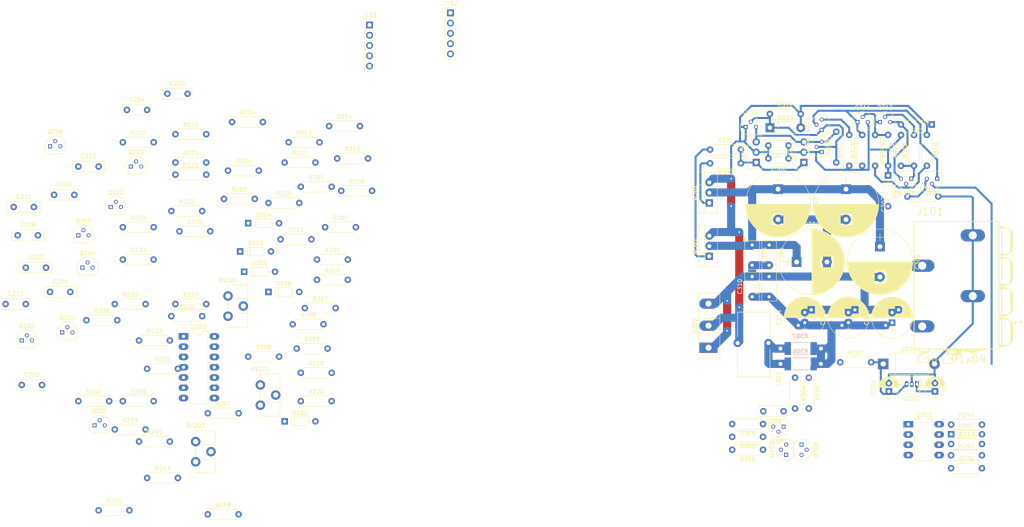
<source format=kicad_pcb>
(kicad_pcb (version 4) (host pcbnew 4.0.7+dfsg1-1)
  (layers (0 F.Cu signal) (31 B.Cu signal) (34 B.Paste user) (35 F.Paste user) (36 B.SilkS user) (37 F.SilkS user) (38 B.Mask user) (39 F.Mask user) (44 Edge.Cuts user))
  (net 0 "")
  (net 1 "Net-(C201-Pad1)")
  (net 2 GND)
  (net 3 /Controller/+5V)
  (net 4 "Net-(C205-Pad1)")
  (net 5 "Net-(C206-Pad1)")
  (net 6 "Net-(C206-Pad2)")
  (net 7 "Net-(C207-Pad2)")
  (net 8 "Net-(C208-Pad1)")
  (net 9 "Net-(C208-Pad2)")
  (net 10 "Net-(C209-Pad1)")
  (net 11 "Net-(C210-Pad2)")
  (net 12 /Controller/USAW)
  (net 13 "Net-(C212-Pad1)")
  (net 14 /Power-Stage/VSOLAR)
  (net 15 "Net-(C307-Pad1)")
  (net 16 "Net-(C307-Pad2)")
  (net 17 "Net-(C309-Pad1)")
  (net 18 /Controller/VBAT)
  (net 19 "Net-(D202-Pad2)")
  (net 20 "Net-(D203-Pad2)")
  (net 21 /Controller/UREG)
  (net 22 "Net-(D205-Pad1)")
  (net 23 "Net-(D205-Pad2)")
  (net 24 /Controller/CHARGED)
  (net 25 /Controller/UMIN)
  (net 26 "Net-(D207-Pad1)")
  (net 27 "Net-(D207-Pad2)")
  (net 28 /Controller/USENSE)
  (net 29 /Controller/UREF)
  (net 30 "Net-(L301-Pad2)")
  (net 31 "Net-(Q201-Pad2)")
  (net 32 "Net-(Q201-Pad3)")
  (net 33 "Net-(Q202-Pad2)")
  (net 34 "Net-(Q202-Pad3)")
  (net 35 "Net-(Q203-Pad2)")
  (net 36 "Net-(Q203-Pad3)")
  (net 37 "Net-(Q203-Pad1)")
  (net 38 "Net-(Q204-Pad2)")
  (net 39 "Net-(Q204-Pad1)")
  (net 40 "Net-(Q205-Pad2)")
  (net 41 "Net-(Q205-Pad3)")
  (net 42 "Net-(Q206-Pad3)")
  (net 43 "Net-(Q207-Pad2)")
  (net 44 "Net-(Q207-Pad3)")
  (net 45 "Net-(Q208-Pad3)")
  (net 46 "Net-(Q209-Pad3)")
  (net 47 /Controller/~SWITCH)
  (net 48 "Net-(Q301-Pad1)")
  (net 49 "Net-(Q302-Pad1)")
  (net 50 "Net-(Q303-Pad2)")
  (net 51 "Net-(Q303-Pad3)")
  (net 52 "Net-(Q304-Pad1)")
  (net 53 "Net-(Q304-Pad3)")
  (net 54 "Net-(Q308-Pad3)")
  (net 55 "Net-(Q310-Pad3)")
  (net 56 "Net-(Q311-Pad2)")
  (net 57 "Net-(Q312-Pad2)")
  (net 58 "Net-(Q313-Pad2)")
  (net 59 "Net-(Q313-Pad1)")
  (net 60 "Net-(R202-Pad2)")
  (net 61 "Net-(R208-Pad1)")
  (net 62 "Net-(R209-Pad2)")
  (net 63 "Net-(R211-Pad2)")
  (net 64 "Net-(R217-Pad1)")
  (net 65 "Net-(R220-Pad2)")
  (net 66 "Net-(R234-Pad2)")
  (net 67 "Net-(R235-Pad2)")
  (net 68 "Net-(R236-Pad1)")
  (net 69 "Net-(R237-Pad1)")
  (net 70 "Net-(R240-Pad1)")
  (net 71 "Net-(R241-Pad1)")
  (net 72 "Net-(R243-Pad2)")
  (net 73 /Controller/USET)
  (net 74 "Net-(D303-Pad1)")
  (net 75 "Net-(D304-Pad2)")
  (net 76 "Net-(U202-Pad11)")
  (module Resistors_ThroughHole:R_Axial_DIN0207_L6.3mm_D2.5mm_P7.62mm_Horizontal (layer F.Cu) (at 255.4 76.82 90)
    (fp_text reference R316 (at 3.81 -2.31 90) (layer F.SilkS))
    (fp_text value 100k)
    (pad 1 thru_hole circle (at 0 0 90) (size 1.6 1.6) (drill 0.8) (layers *.Cu *.Mask) (net 59 "Net-(Q313-Pad1)"))
    (pad 2 thru_hole oval (at 7.62 0 90) (size 1.6 1.6) (drill 0.8) (layers *.Cu *.Mask) (net 15 "Net-(C307-Pad1)"))
  )
  (module Capacitors_ThroughHole:CP_Radial_D16.0mm_P7.50mm (layer F.Cu) (at 225 82.6 270)
    (fp_text reference C303 (at 3.75 -9.31 270) (layer F.SilkS))
    (fp_text value CP)
    (pad 1 thru_hole rect (at 0 0 270) (size 2.4 2.4) (drill 1.2) (layers *.Cu *.Mask) (net 14 /Power-Stage/VSOLAR))
    (pad 2 thru_hole circle (at 7.5 0 270) (size 2.4 2.4) (drill 1.2) (layers *.Cu *.Mask) (net 2 GND))
  )
  (module Capacitors_ThroughHole:C_Rect_L7.0mm_W2.5mm_P5.00mm (layer F.Cu) (at 227.6 75 180)
    (fp_text reference C308 (at 2.5 -2.56 180) (layer F.SilkS))
    (fp_text value 100nF)
    (pad 1 thru_hole circle (at 0 0 180) (size 1.6 1.6) (drill 0.8) (layers *.Cu *.Mask) (net 15 "Net-(C307-Pad1)"))
    (pad 2 thru_hole circle (at 5 0 180) (size 1.6 1.6) (drill 0.8) (layers *.Cu *.Mask) (net 16 "Net-(C307-Pad2)"))
  )
  (module TO_SOT_Packages_THT:TO-220-3_Vertical (layer F.Cu) (at 208 99.2 90)
    (fp_text reference Q301 (at 2.54 -3.62 90) (layer F.SilkS))
    (fp_text value IRFZ48N)
    (pad 1 thru_hole rect (at 0 0 90) (size 1.8 1.8) (drill 1) (layers *.Cu *.Mask) (net 48 "Net-(Q301-Pad1)"))
    (pad 2 thru_hole oval (at 2.54 0 90) (size 1.8 1.8) (drill 1) (layers *.Cu *.Mask) (net 14 /Power-Stage/VSOLAR))
    (pad 3 thru_hole oval (at 5.08 0 90) (size 1.8 1.8) (drill 1) (layers *.Cu *.Mask) (net 16 "Net-(C307-Pad2)"))
  )
  (module Capacitors_ThroughHole:CP_Radial_D5.0mm_P2.00mm (layer F.Cu) (at 252.4 132.6 90)
    (fp_text reference C201 (at 1 -3.81 90) (layer F.SilkS))
    (fp_text value CP)
    (pad 1 thru_hole rect (at 0 0 90) (size 1.6 1.6) (drill 0.8) (layers *.Cu *.Mask) (net 1 "Net-(C201-Pad1)"))
    (pad 2 thru_hole circle (at 2 0 90) (size 1.6 1.6) (drill 0.8) (layers *.Cu *.Mask) (net 2 GND))
  )
  (module Capacitors_ThroughHole:CP_Radial_D5.0mm_P2.00mm (layer F.Cu) (at 263.8 132.6 90)
    (fp_text reference C202 (at 1 -3.81 90) (layer F.SilkS))
    (fp_text value CP)
    (pad 1 thru_hole rect (at 0 0 90) (size 1.6 1.6) (drill 0.8) (layers *.Cu *.Mask) (net 3 /Controller/+5V))
    (pad 2 thru_hole circle (at 2 0 90) (size 1.6 1.6) (drill 0.8) (layers *.Cu *.Mask) (net 2 GND))
  )
  (module Capacitors_ThroughHole:C_Rect_L7.0mm_W2.5mm_P5.00mm (layer F.Cu) (at 74 59)
    (fp_text reference C203 (at 2.5 -2.56) (layer F.SilkS))
    (fp_text value 100nF)
    (pad 1 thru_hole circle (at 0 0) (size 1.6 1.6) (drill 0.8) (layers *.Cu *.Mask) (net 3 /Controller/+5V))
    (pad 2 thru_hole circle (at 5 0) (size 1.6 1.6) (drill 0.8) (layers *.Cu *.Mask) (net 2 GND))
  )
  (module Capacitors_ThroughHole:C_Rect_L7.0mm_W2.5mm_P5.00mm (layer F.Cu) (at 64 63)
    (fp_text reference C204 (at 2.5 -2.56) (layer F.SilkS))
    (fp_text value 100nF)
    (pad 1 thru_hole circle (at 0 0) (size 1.6 1.6) (drill 0.8) (layers *.Cu *.Mask) (net 3 /Controller/+5V))
    (pad 2 thru_hole circle (at 5 0) (size 1.6 1.6) (drill 0.8) (layers *.Cu *.Mask) (net 2 GND))
  )
  (module Capacitors_ThroughHole:C_Rect_L7.0mm_W2.5mm_P5.00mm (layer F.Cu) (at 38 131)
    (fp_text reference C205 (at 2.5 -2.56) (layer F.SilkS))
    (fp_text value 100nF)
    (pad 1 thru_hole circle (at 0 0) (size 1.6 1.6) (drill 0.8) (layers *.Cu *.Mask) (net 4 "Net-(C205-Pad1)"))
    (pad 2 thru_hole circle (at 5 0) (size 1.6 1.6) (drill 0.8) (layers *.Cu *.Mask) (net 2 GND))
  )
  (module Capacitors_ThroughHole:C_Disc_D8.0mm_W2.5mm_P5.00mm (layer F.Cu) (at 45 108)
    (fp_text reference C206 (at 2.5 -2.56) (layer F.SilkS))
    (fp_text value 470pF)
    (pad 1 thru_hole circle (at 0 0) (size 1.6 1.6) (drill 0.8) (layers *.Cu *.Mask) (net 5 "Net-(C206-Pad1)"))
    (pad 2 thru_hole circle (at 5 0) (size 1.6 1.6) (drill 0.8) (layers *.Cu *.Mask) (net 6 "Net-(C206-Pad2)"))
  )
  (module Capacitors_ThroughHole:C_Disc_D8.0mm_W2.5mm_P5.00mm (layer F.Cu) (at 39 102)
    (fp_text reference C207 (at 2.5 -2.56) (layer F.SilkS))
    (fp_text value 4.7nF)
    (pad 1 thru_hole circle (at 0 0) (size 1.6 1.6) (drill 0.8) (layers *.Cu *.Mask) (net 5 "Net-(C206-Pad1)"))
    (pad 2 thru_hole circle (at 5 0) (size 1.6 1.6) (drill 0.8) (layers *.Cu *.Mask) (net 7 "Net-(C207-Pad2)"))
  )
  (module Capacitors_ThroughHole:C_Disc_D8.0mm_W2.5mm_P5.00mm (layer F.Cu) (at 37 94)
    (fp_text reference C208 (at 2.5 -2.56) (layer F.SilkS))
    (fp_text value 560pF)
    (pad 1 thru_hole circle (at 0 0) (size 1.6 1.6) (drill 0.8) (layers *.Cu *.Mask) (net 8 "Net-(C208-Pad1)"))
    (pad 2 thru_hole circle (at 5 0) (size 1.6 1.6) (drill 0.8) (layers *.Cu *.Mask) (net 9 "Net-(C208-Pad2)"))
  )
  (module Capacitors_ThroughHole:C_Rect_L7.0mm_W2.5mm_P5.00mm (layer F.Cu) (at 46 84)
    (fp_text reference C209 (at 2.5 -2.56) (layer F.SilkS))
    (fp_text value 100nF)
    (pad 1 thru_hole circle (at 0 0) (size 1.6 1.6) (drill 0.8) (layers *.Cu *.Mask) (net 10 "Net-(C209-Pad1)"))
    (pad 2 thru_hole circle (at 5 0) (size 1.6 1.6) (drill 0.8) (layers *.Cu *.Mask) (net 2 GND))
  )
  (module Capacitors_ThroughHole:C_Disc_D8.0mm_W2.5mm_P5.00mm (layer F.Cu) (at 52 77)
    (fp_text reference C210 (at 2.5 -2.56) (layer F.SilkS))
    (fp_text value 100pF)
    (pad 1 thru_hole circle (at 0 0) (size 1.6 1.6) (drill 0.8) (layers *.Cu *.Mask) (net 8 "Net-(C208-Pad1)"))
    (pad 2 thru_hole circle (at 5 0) (size 1.6 1.6) (drill 0.8) (layers *.Cu *.Mask) (net 11 "Net-(C210-Pad2)"))
  )
  (module Capacitors_ThroughHole:C_Disc_D8.0mm_W2.5mm_P5.00mm (layer F.Cu) (at 36 87)
    (fp_text reference C211 (at 2.5 -2.56) (layer F.SilkS))
    (fp_text value 1nF)
    (pad 1 thru_hole circle (at 0 0) (size 1.6 1.6) (drill 0.8) (layers *.Cu *.Mask) (net 12 /Controller/USAW))
    (pad 2 thru_hole circle (at 5 0) (size 1.6 1.6) (drill 0.8) (layers *.Cu *.Mask) (net 2 GND))
  )
  (module Capacitors_ThroughHole:C_Rect_L7.0mm_W2.5mm_P5.00mm (layer F.Cu) (at 34 111)
    (fp_text reference C212 (at 2.5 -2.56) (layer F.SilkS))
    (fp_text value 100nF)
    (pad 1 thru_hole circle (at 0 0) (size 1.6 1.6) (drill 0.8) (layers *.Cu *.Mask) (net 13 "Net-(C212-Pad1)"))
    (pad 2 thru_hole circle (at 5 0) (size 1.6 1.6) (drill 0.8) (layers *.Cu *.Mask) (net 2 GND))
  )
  (module Capacitors_ThroughHole:CP_Radial_D16.0mm_P7.50mm (layer F.Cu) (at 250.2 96.8 270)
    (fp_text reference C301 (at 3.75 -9.31 270) (layer F.SilkS))
    (fp_text value CP)
    (pad 1 thru_hole rect (at 0 0 270) (size 2.4 2.4) (drill 1.2) (layers *.Cu *.Mask) (net 14 /Power-Stage/VSOLAR))
    (pad 2 thru_hole circle (at 7.5 0 270) (size 2.4 2.4) (drill 1.2) (layers *.Cu *.Mask) (net 2 GND))
  )
  (module Capacitors_ThroughHole:CP_Radial_D16.0mm_P7.50mm (layer F.Cu) (at 241.8 82.6 270)
    (fp_text reference C302 (at 3.75 -9.31 270) (layer F.SilkS))
    (fp_text value CP)
    (pad 1 thru_hole rect (at 0 0 270) (size 2.4 2.4) (drill 1.2) (layers *.Cu *.Mask) (net 14 /Power-Stage/VSOLAR))
    (pad 2 thru_hole circle (at 7.5 0 270) (size 2.4 2.4) (drill 1.2) (layers *.Cu *.Mask) (net 2 GND))
  )
  (module Capacitors_ThroughHole:CP_Radial_D16.0mm_P7.50mm (layer F.Cu) (at 229.6 100.6)
    (fp_text reference C304 (at 3.75 -9.31) (layer F.SilkS))
    (fp_text value CP)
    (pad 1 thru_hole rect (at 0 0) (size 2.4 2.4) (drill 1.2) (layers *.Cu *.Mask) (net 14 /Power-Stage/VSOLAR))
    (pad 2 thru_hole circle (at 7.5 0) (size 2.4 2.4) (drill 1.2) (layers *.Cu *.Mask) (net 2 GND))
  )
  (module Capacitors_ThroughHole:C_Rect_L7.0mm_W3.5mm_P5.00mm (layer F.Cu) (at 222.8 96.4 270)
    (fp_text reference C305 (at 2.5 -3.06 270) (layer F.SilkS))
    (fp_text value 220nF)
    (pad 1 thru_hole circle (at 0 0 270) (size 1.6 1.6) (drill 0.8) (layers *.Cu *.Mask) (net 14 /Power-Stage/VSOLAR))
    (pad 2 thru_hole circle (at 5 0 270) (size 1.6 1.6) (drill 0.8) (layers *.Cu *.Mask) (net 2 GND))
  )
  (module Capacitors_ThroughHole:C_Rect_L7.0mm_W3.5mm_P5.00mm (layer F.Cu) (at 218.6 96.4 270)
    (fp_text reference C306 (at 2.5 -3.06 270) (layer F.SilkS))
    (fp_text value 220nF)
    (pad 1 thru_hole circle (at 0 0 270) (size 1.6 1.6) (drill 0.8) (layers *.Cu *.Mask) (net 14 /Power-Stage/VSOLAR))
    (pad 2 thru_hole circle (at 5 0 270) (size 1.6 1.6) (drill 0.8) (layers *.Cu *.Mask) (net 2 GND))
  )
  (module Capacitors_ThroughHole:C_Rect_L7.0mm_W2.5mm_P5.00mm (layer F.Cu) (at 227.6 71.8 180)
    (fp_text reference C307 (at 2.5 -2.56 180) (layer F.SilkS))
    (fp_text value 100nF)
    (pad 1 thru_hole circle (at 0 0 180) (size 1.6 1.6) (drill 0.8) (layers *.Cu *.Mask) (net 15 "Net-(C307-Pad1)"))
    (pad 2 thru_hole circle (at 5 0 180) (size 1.6 1.6) (drill 0.8) (layers *.Cu *.Mask) (net 16 "Net-(C307-Pad2)"))
  )
  (module Capacitors_ThroughHole:C_Rect_L7.0mm_W2.5mm_P5.00mm (layer F.Cu) (at 226.36 137.495 180)
    (fp_text reference C309 (at 2.5 -2.56 180) (layer F.SilkS))
    (fp_text value 100nF)
    (pad 1 thru_hole circle (at 0 0 180) (size 1.6 1.6) (drill 0.8) (layers *.Cu *.Mask) (net 17 "Net-(C309-Pad1)"))
    (pad 2 thru_hole circle (at 5 0 180) (size 1.6 1.6) (drill 0.8) (layers *.Cu *.Mask) (net 2 GND))
  )
  (module Capacitors_ThroughHole:C_Rect_L7.0mm_W3.5mm_P5.00mm (layer F.Cu) (at 218.6 109.2 90)
    (fp_text reference C310 (at 2.5 -3.06 90) (layer F.SilkS))
    (fp_text value 220nF)
    (pad 1 thru_hole circle (at 0 0 90) (size 1.6 1.6) (drill 0.8) (layers *.Cu *.Mask) (net 18 /Controller/VBAT))
    (pad 2 thru_hole circle (at 5 0 90) (size 1.6 1.6) (drill 0.8) (layers *.Cu *.Mask) (net 2 GND))
  )
  (module Capacitors_ThroughHole:C_Rect_L7.0mm_W3.5mm_P5.00mm (layer F.Cu) (at 222.8 109.2 90)
    (fp_text reference C311 (at 2.5 -3.06 90) (layer F.SilkS))
    (fp_text value 220nF)
    (pad 1 thru_hole circle (at 0 0 90) (size 1.6 1.6) (drill 0.8) (layers *.Cu *.Mask) (net 18 /Controller/VBAT))
    (pad 2 thru_hole circle (at 5 0 90) (size 1.6 1.6) (drill 0.8) (layers *.Cu *.Mask) (net 2 GND))
  )
  (module Capacitors_ThroughHole:CP_Radial_D10.0mm_P2.50mm_P5.00mm (layer F.Cu) (at 242.4 115.6 90)
    (fp_text reference C312 (at 1.25 -6.31 90) (layer F.SilkS))
    (fp_text value "1000µF/16V KZG")
    (pad 1 thru_hole rect (at 0 0 90) (size 1.6 1.6) (drill 0.8) (layers *.Cu *.Mask) (net 18 /Controller/VBAT))
    (pad 2 thru_hole circle (at 2.5 0 90) (size 1.6 1.6) (drill 0.8) (layers *.Cu *.Mask) (net 2 GND))
    (pad 1 thru_hole rect (at -0.670937 -1.6 90) (size 1.6 1.6) (drill 0.8) (layers *.Cu *.Mask) (net 18 /Controller/VBAT))
    (pad 2 thru_hole circle (at 3.170937 1.6 90) (size 1.6 1.6) (drill 0.8) (layers *.Cu *.Mask) (net 2 GND))
  )
  (module Capacitors_ThroughHole:CP_Radial_D10.0mm_P2.50mm_P5.00mm (layer F.Cu) (at 253.2 115.6 90)
    (fp_text reference C313 (at 1.25 -6.31 90) (layer F.SilkS))
    (fp_text value "1000µF/16V KZG")
    (pad 1 thru_hole rect (at 0 0 90) (size 1.6 1.6) (drill 0.8) (layers *.Cu *.Mask) (net 18 /Controller/VBAT))
    (pad 2 thru_hole circle (at 2.5 0 90) (size 1.6 1.6) (drill 0.8) (layers *.Cu *.Mask) (net 2 GND))
    (pad 1 thru_hole rect (at -0.670937 -1.6 90) (size 1.6 1.6) (drill 0.8) (layers *.Cu *.Mask) (net 18 /Controller/VBAT))
    (pad 2 thru_hole circle (at 3.170937 1.6 90) (size 1.6 1.6) (drill 0.8) (layers *.Cu *.Mask) (net 2 GND))
  )
  (module Capacitors_ThroughHole:CP_Radial_D10.0mm_P2.50mm_P5.00mm (layer F.Cu) (at 231.6 115.6 90)
    (fp_text reference C314 (at 1.25 -6.31 90) (layer F.SilkS))
    (fp_text value "1000µF/16V KZG")
    (pad 1 thru_hole rect (at 0 0 90) (size 1.6 1.6) (drill 0.8) (layers *.Cu *.Mask) (net 18 /Controller/VBAT))
    (pad 2 thru_hole circle (at 2.5 0 90) (size 1.6 1.6) (drill 0.8) (layers *.Cu *.Mask) (net 2 GND))
    (pad 1 thru_hole rect (at -0.670937 -1.6 90) (size 1.6 1.6) (drill 0.8) (layers *.Cu *.Mask) (net 18 /Controller/VBAT))
    (pad 2 thru_hole circle (at 3.170937 1.6 90) (size 1.6 1.6) (drill 0.8) (layers *.Cu *.Mask) (net 2 GND))
  )
  (module Diodes_ThroughHole:D_DO-201_P12.70mm_Horizontal (layer F.Cu) (at 251 125.8)
    (fp_text reference D201 (at 6.35 -3.665) (layer F.SilkS))
    (fp_text value D_TVS)
    (pad 1 thru_hole rect (at 0 0) (size 2.6 2.6) (drill 1.3) (layers *.Cu *.Mask) (net 1 "Net-(C201-Pad1)"))
    (pad 2 thru_hole oval (at 12.7 0) (size 2.6 2.6) (drill 1.3) (layers *.Cu *.Mask) (net 2 GND))
  )
  (module Diodes_ThroughHole:D_DO-35_SOD27_P7.62mm_Horizontal (layer F.Cu) (at 103 140)
    (fp_text reference D202 (at 3.81 -2.06) (layer F.SilkS))
    (fp_text value D)
    (pad 1 thru_hole rect (at 0 0) (size 1.6 1.6) (drill 0.8) (layers *.Cu *.Mask) (net 2 GND))
    (pad 2 thru_hole oval (at 7.62 0) (size 1.6 1.6) (drill 0.8) (layers *.Cu *.Mask) (net 19 "Net-(D202-Pad2)"))
  )
  (module Diodes_ThroughHole:D_DO-35_SOD27_P7.62mm_Horizontal (layer F.Cu) (at 92 98)
    (fp_text reference D203 (at 3.81 -2.06) (layer F.SilkS))
    (fp_text value D)
    (pad 1 thru_hole rect (at 0 0) (size 1.6 1.6) (drill 0.8) (layers *.Cu *.Mask) (net 6 "Net-(C206-Pad2)"))
    (pad 2 thru_hole oval (at 7.62 0) (size 1.6 1.6) (drill 0.8) (layers *.Cu *.Mask) (net 20 "Net-(D203-Pad2)"))
  )
  (module Diodes_ThroughHole:D_DO-35_SOD27_P7.62mm_Horizontal (layer F.Cu) (at 94 91)
    (fp_text reference D204 (at 3.81 -2.06) (layer F.SilkS))
    (fp_text value D)
    (pad 1 thru_hole rect (at 0 0) (size 1.6 1.6) (drill 0.8) (layers *.Cu *.Mask) (net 11 "Net-(C210-Pad2)"))
    (pad 2 thru_hole oval (at 7.62 0) (size 1.6 1.6) (drill 0.8) (layers *.Cu *.Mask) (net 21 /Controller/UREG))
  )
  (module Diodes_ThroughHole:D_DO-35_SOD27_P7.62mm_Horizontal (layer F.Cu) (at 93 103)
    (fp_text reference D205 (at 3.81 -2.06) (layer F.SilkS))
    (fp_text value D)
    (pad 1 thru_hole rect (at 0 0) (size 1.6 1.6) (drill 0.8) (layers *.Cu *.Mask) (net 22 "Net-(D205-Pad1)"))
    (pad 2 thru_hole oval (at 7.62 0) (size 1.6 1.6) (drill 0.8) (layers *.Cu *.Mask) (net 23 "Net-(D205-Pad2)"))
  )
  (module Diodes_ThroughHole:D_DO-35_SOD27_P7.62mm_Horizontal (layer F.Cu) (at 99 108)
    (fp_text reference D206 (at 3.81 -2.06) (layer F.SilkS))
    (fp_text value D)
    (pad 1 thru_hole rect (at 0 0) (size 1.6 1.6) (drill 0.8) (layers *.Cu *.Mask) (net 24 /Controller/CHARGED))
    (pad 2 thru_hole oval (at 7.62 0) (size 1.6 1.6) (drill 0.8) (layers *.Cu *.Mask) (net 25 /Controller/UMIN))
  )
  (module Diodes_ThroughHole:D_DO-35_SOD27_P7.62mm_Horizontal (layer F.Cu) (at 267.8 143.2)
    (fp_text reference D207 (at 3.81 -2.06) (layer F.SilkS))
    (fp_text value D)
    (pad 1 thru_hole rect (at 0 0) (size 1.6 1.6) (drill 0.8) (layers *.Cu *.Mask) (net 26 "Net-(D207-Pad1)"))
    (pad 2 thru_hole oval (at 7.62 0) (size 1.6 1.6) (drill 0.8) (layers *.Cu *.Mask) (net 27 "Net-(D207-Pad2)"))
  )
  (module Diodes_ThroughHole:D_DO-35_SOD27_P7.62mm_Horizontal (layer F.Cu) (at 252.2 79.2 270)
    (fp_text reference D301 (at 3.81 -2.06 270) (layer F.SilkS))
    (fp_text value D)
    (pad 1 thru_hole rect (at 0 0 270) (size 1.6 1.6) (drill 0.8) (layers *.Cu *.Mask) (net 15 "Net-(C307-Pad1)"))
    (pad 2 thru_hole oval (at 7.62 0 270) (size 1.6 1.6) (drill 0.8) (layers *.Cu *.Mask) (net 14 /Power-Stage/VSOLAR))
  )
  (module TO_SOT_Packages_THT:TO-247_TO-3P_Vertical (layer F.Cu) (at 207.8 121.8 90)
    (fp_text reference D302 (at 5.45 -3.45 90) (layer F.SilkS))
    (fp_text value MBR4045PT)
    (pad 1 thru_hole rect (at 0 0 90) (size 2.5 4.5) (drill 1.5) (layers *.Cu *.Mask) (net 2 GND))
    (pad 2 thru_hole oval (at 5.45 0 90) (size 2.5 4.5) (drill 1.5) (layers *.Cu *.Mask) (net 16 "Net-(C307-Pad2)"))
    (pad 3 thru_hole oval (at 10.9 0 90) (size 2.5 4.5) (drill 1.5) (layers *.Cu *.Mask) (net 2 GND))
  )
  (module Diodes_ThroughHole:D_DO-41_SOD81_P7.62mm_Horizontal (layer F.Cu) (at 223 67.4)
    (fp_text reference D303 (at 3.81 -2.41) (layer F.SilkS))
    (fp_text value D_Zener)
    (pad 1 thru_hole rect (at 0 0) (size 2.2 2.2) (drill 1.1) (layers *.Cu *.Mask) (net 74 "Net-(D303-Pad1)"))
    (pad 2 thru_hole oval (at 7.62 0) (size 2.2 2.2) (drill 1.1) (layers *.Cu *.Mask) (net 16 "Net-(C307-Pad2)"))
  )
  (module Diodes_ThroughHole:D_DO-35_SOD27_P7.62mm_Horizontal (layer F.Cu) (at 263 66.6 180)
    (fp_text reference D304 (at 3.81 -2.06 180) (layer F.SilkS))
    (fp_text value D)
    (pad 1 thru_hole rect (at 0 0 180) (size 1.6 1.6) (drill 0.8) (layers *.Cu *.Mask) (net 16 "Net-(C307-Pad2)"))
    (pad 2 thru_hole oval (at 7.62 0 180) (size 1.6 1.6) (drill 0.8) (layers *.Cu *.Mask) (net 75 "Net-(D304-Pad2)"))
  )
  (module mpp-solar-charger:2606-1104_020-000 (layer F.Cu) (at 270.8 107)
    (fp_text reference J101 (at -11.75 -17.725) (layer F.SilkS) (effects (font (size 1.9 1.9) (thickness 0.2)) (justify left bottom)))
    (fp_text value Conn_01x04 (at -11.75 18.725) (layer F.SilkS) (effects (font (size 1.9 1.9) (thickness 0.2)) (justify left bottom)))
    (fp_text user 1 (at 14.6 9.525 90) (layer F.SilkS) (effects (font (size 1.9 1.9) (thickness 0.2)) (justify left bottom)))
    (pad 1 thru_hole oval (at -10.15 9.525) (size 6 3) (drill 2) (layers *.Cu *.Mask) (net 14 /Power-Stage/VSOLAR))
    (pad 2 thru_hole oval (at 2.35 2.025) (size 6 3) (drill 2) (layers *.Cu *.Mask) (net 2 GND))
    (pad 3 thru_hole oval (at -10.15 -5.475) (size 6 3) (drill 2) (layers *.Cu *.Mask) (net 18 /Controller/VBAT))
    (pad 4 thru_hole oval (at 2.35 -12.975) (size 6 3) (drill 2) (layers *.Cu *.Mask) (net 2 GND))
  )
  (module Pin_Headers:Pin_Header_Straight_1x05_Pitch2.54mm (layer F.Cu) (at 144 39)
    (fp_text reference J102 (at 0 -2.33) (layer F.SilkS))
    (fp_text value Conn_01x05)
    (pad 1 thru_hole rect (at 0 0) (size 1.7 1.7) (drill 1) (layers *.Cu *.Mask) (net 24 /Controller/CHARGED))
    (pad 2 thru_hole oval (at 0 2.54) (size 1.7 1.7) (drill 1) (layers *.Cu *.Mask) (net 3 /Controller/+5V))
    (pad 3 thru_hole oval (at 0 5.08) (size 1.7 1.7) (drill 1) (layers *.Cu *.Mask) (net 2 GND))
    (pad 4 thru_hole oval (at 0 7.62) (size 1.7 1.7) (drill 1) (layers *.Cu *.Mask) (net 18 /Controller/VBAT))
    (pad 5 thru_hole oval (at 0 10.16) (size 1.7 1.7) (drill 1) (layers *.Cu *.Mask) (net 14 /Power-Stage/VSOLAR))
  )
  (module Pin_Headers:Pin_Header_Straight_1x05_Pitch2.54mm (layer F.Cu) (at 124 42)
    (fp_text reference J103 (at 0 -2.33) (layer F.SilkS))
    (fp_text value Conn_01x05)
    (pad 1 thru_hole rect (at 0 0) (size 1.7 1.7) (drill 1) (layers *.Cu *.Mask) (net 2 GND))
    (pad 2 thru_hole oval (at 0 2.54) (size 1.7 1.7) (drill 1) (layers *.Cu *.Mask) (net 28 /Controller/USENSE))
    (pad 3 thru_hole oval (at 0 5.08) (size 1.7 1.7) (drill 1) (layers *.Cu *.Mask) (net 2 GND))
    (pad 4 thru_hole oval (at 0 7.62) (size 1.7 1.7) (drill 1) (layers *.Cu *.Mask) (net 29 /Controller/UREF))
    (pad 5 thru_hole oval (at 0 10.16) (size 1.7 1.7) (drill 1) (layers *.Cu *.Mask) (net 2 GND))
  )
  (module Choke_Toroid_ThroughHole:Choke_Toroid_8x16mm_Vertical (layer F.Cu) (at 215 113 270)
    (fp_text reference L301 (at 16.51 -10.16 270) (layer F.SilkS))
    (fp_text value L)
    (pad 1 thru_hole circle (at 7.62 0 270) (size 1.99898 1.99898) (drill 1.00076) (layers *.Cu *.Mask) (net 16 "Net-(C307-Pad2)"))
    (pad 2 thru_hole circle (at 7.62 -7.62 270) (size 1.99898 1.99898) (drill 1.00076) (layers *.Cu *.Mask) (net 30 "Net-(L301-Pad2)"))
  )
  (module TO_SOT_Packages_THT:TO-92_Molded_Narrow (layer F.Cu) (at 56 141)
    (fp_text reference Q201 (at 1.27 -3.56) (layer F.SilkS))
    (fp_text value Q_PNP_CBE)
    (pad 2 thru_hole circle (at 1.27 -1.27 90) (size 1 1) (drill 0.6) (layers *.Cu *.Mask) (net 31 "Net-(Q201-Pad2)"))
    (pad 3 thru_hole circle (at 2.54 0 90) (size 1 1) (drill 0.6) (layers *.Cu *.Mask) (net 32 "Net-(Q201-Pad3)"))
    (pad 1 thru_hole rect (at 0 0 90) (size 1 1) (drill 0.6) (layers *.Cu *.Mask) (net 20 "Net-(D203-Pad2)"))
  )
  (module TO_SOT_Packages_THT:TO-92_Molded_Narrow (layer F.Cu) (at 60 87)
    (fp_text reference Q202 (at 1.27 -3.56) (layer F.SilkS))
    (fp_text value Q_PNP_CBE)
    (pad 2 thru_hole circle (at 1.27 -1.27 90) (size 1 1) (drill 0.6) (layers *.Cu *.Mask) (net 33 "Net-(Q202-Pad2)"))
    (pad 3 thru_hole circle (at 2.54 0 90) (size 1 1) (drill 0.6) (layers *.Cu *.Mask) (net 34 "Net-(Q202-Pad3)"))
    (pad 1 thru_hole rect (at 0 0 90) (size 1 1) (drill 0.6) (layers *.Cu *.Mask) (net 2 GND))
  )
  (module TO_SOT_Packages_THT:TO-92_Molded_Narrow (layer F.Cu) (at 65 77)
    (fp_text reference Q203 (at 1.27 -3.56) (layer F.SilkS))
    (fp_text value Q_PNP_CBE)
    (pad 2 thru_hole circle (at 1.27 -1.27 90) (size 1 1) (drill 0.6) (layers *.Cu *.Mask) (net 35 "Net-(Q203-Pad2)"))
    (pad 3 thru_hole circle (at 2.54 0 90) (size 1 1) (drill 0.6) (layers *.Cu *.Mask) (net 36 "Net-(Q203-Pad3)"))
    (pad 1 thru_hole rect (at 0 0 90) (size 1 1) (drill 0.6) (layers *.Cu *.Mask) (net 37 "Net-(Q203-Pad1)"))
  )
  (module TO_SOT_Packages_THT:TO-92_Molded_Narrow (layer F.Cu) (at 53 102)
    (fp_text reference Q204 (at 1.27 -3.56) (layer F.SilkS))
    (fp_text value Q_PNP_CBE)
    (pad 2 thru_hole circle (at 1.27 -1.27 90) (size 1 1) (drill 0.6) (layers *.Cu *.Mask) (net 38 "Net-(Q204-Pad2)"))
    (pad 3 thru_hole circle (at 2.54 0 90) (size 1 1) (drill 0.6) (layers *.Cu *.Mask) (net 36 "Net-(Q203-Pad3)"))
    (pad 1 thru_hole rect (at 0 0 90) (size 1 1) (drill 0.6) (layers *.Cu *.Mask) (net 39 "Net-(Q204-Pad1)"))
  )
  (module TO_SOT_Packages_THT:TO-92_Molded_Narrow (layer F.Cu) (at 52 94)
    (fp_text reference Q205 (at 1.27 -3.56) (layer F.SilkS))
    (fp_text value Q_PNP_CBE)
    (pad 2 thru_hole circle (at 1.27 -1.27 90) (size 1 1) (drill 0.6) (layers *.Cu *.Mask) (net 40 "Net-(Q205-Pad2)"))
    (pad 3 thru_hole circle (at 2.54 0 90) (size 1 1) (drill 0.6) (layers *.Cu *.Mask) (net 41 "Net-(Q205-Pad3)"))
    (pad 1 thru_hole rect (at 0 0 90) (size 1 1) (drill 0.6) (layers *.Cu *.Mask) (net 12 /Controller/USAW))
  )
  (module TO_SOT_Packages_THT:TO-92_Molded_Narrow (layer F.Cu) (at 38 120)
    (fp_text reference Q206 (at 1.27 -3.56) (layer F.SilkS))
    (fp_text value Q_NPN_CBE)
    (pad 2 thru_hole circle (at 1.27 -1.27 90) (size 1 1) (drill 0.6) (layers *.Cu *.Mask) (net 37 "Net-(Q203-Pad1)"))
    (pad 3 thru_hole circle (at 2.54 0 90) (size 1 1) (drill 0.6) (layers *.Cu *.Mask) (net 42 "Net-(Q206-Pad3)"))
    (pad 1 thru_hole rect (at 0 0 90) (size 1 1) (drill 0.6) (layers *.Cu *.Mask) (net 12 /Controller/USAW))
  )
  (module TO_SOT_Packages_THT:TO-92_Molded_Narrow (layer F.Cu) (at 48 118)
    (fp_text reference Q207 (at 1.27 -3.56) (layer F.SilkS))
    (fp_text value Q_PNP_CBE)
    (pad 2 thru_hole circle (at 1.27 -1.27 90) (size 1 1) (drill 0.6) (layers *.Cu *.Mask) (net 43 "Net-(Q207-Pad2)"))
    (pad 3 thru_hole circle (at 2.54 0 90) (size 1 1) (drill 0.6) (layers *.Cu *.Mask) (net 44 "Net-(Q207-Pad3)"))
    (pad 1 thru_hole rect (at 0 0 90) (size 1 1) (drill 0.6) (layers *.Cu *.Mask) (net 21 /Controller/UREG))
  )
  (module TO_SOT_Packages_THT:TO-92_Molded_Narrow (layer F.Cu) (at 45 72)
    (fp_text reference Q208 (at 1.27 -3.56) (layer F.SilkS))
    (fp_text value Q_PNP_CBE)
    (pad 2 thru_hole circle (at 1.27 -1.27 90) (size 1 1) (drill 0.6) (layers *.Cu *.Mask) (net 43 "Net-(Q207-Pad2)"))
    (pad 3 thru_hole circle (at 2.54 0 90) (size 1 1) (drill 0.6) (layers *.Cu *.Mask) (net 45 "Net-(Q208-Pad3)"))
    (pad 1 thru_hole rect (at 0 0 90) (size 1 1) (drill 0.6) (layers *.Cu *.Mask) (net 25 /Controller/UMIN))
  )
  (module TO_SOT_Packages_THT:TO-92_Molded_Narrow (layer F.Cu) (at 264.34 80 180)
    (fp_text reference Q209 (at 1.27 -3.56 180) (layer F.SilkS))
    (fp_text value Q_NPN_CBE)
    (pad 2 thru_hole circle (at 1.27 -1.27 270) (size 1 1) (drill 0.6) (layers *.Cu *.Mask) (net 26 "Net-(D207-Pad1)"))
    (pad 3 thru_hole circle (at 2.54 0 270) (size 1 1) (drill 0.6) (layers *.Cu *.Mask) (net 46 "Net-(Q209-Pad3)"))
    (pad 1 thru_hole rect (at 0 0 270) (size 1 1) (drill 0.6) (layers *.Cu *.Mask) (net 47 /Controller/~SWITCH))
  )
  (module TO_SOT_Packages_THT:TO-220-3_Vertical (layer F.Cu) (at 208 86 90)
    (fp_text reference Q302 (at 2.54 -3.62 90) (layer F.SilkS))
    (fp_text value IRFZ48N)
    (pad 1 thru_hole rect (at 0 0 90) (size 1.8 1.8) (drill 1) (layers *.Cu *.Mask) (net 49 "Net-(Q302-Pad1)"))
    (pad 2 thru_hole oval (at 2.54 0 90) (size 1.8 1.8) (drill 1) (layers *.Cu *.Mask) (net 14 /Power-Stage/VSOLAR))
    (pad 3 thru_hole oval (at 5.08 0 90) (size 1.8 1.8) (drill 1) (layers *.Cu *.Mask) (net 16 "Net-(C307-Pad2)"))
  )
  (module TO_SOT_Packages_THT:TO-92_Molded_Narrow (layer F.Cu) (at 226.995 148.29 90)
    (fp_text reference Q303 (at 1.27 -3.56 90) (layer F.SilkS))
    (fp_text value Q_PNP_CBE)
    (pad 2 thru_hole circle (at 1.27 -1.27 180) (size 1 1) (drill 0.6) (layers *.Cu *.Mask) (net 50 "Net-(Q303-Pad2)"))
    (pad 3 thru_hole circle (at 2.54 0 180) (size 1 1) (drill 0.6) (layers *.Cu *.Mask) (net 51 "Net-(Q303-Pad3)"))
    (pad 1 thru_hole rect (at 0 0 180) (size 1 1) (drill 0.6) (layers *.Cu *.Mask) (net 28 /Controller/USENSE))
  )
  (module TO_SOT_Packages_THT:TO-126_Vertical (layer F.Cu) (at 231.4 76 90)
    (fp_text reference Q304 (at 2.54 -3.12 90) (layer F.SilkS))
    (fp_text value BD135)
    (pad 1 thru_hole rect (at 0 0 90) (size 1.8 1.8) (drill 1) (layers *.Cu *.Mask) (net 52 "Net-(Q304-Pad1)"))
    (pad 2 thru_hole oval (at 2.54 0 90) (size 1.8 1.8) (drill 1) (layers *.Cu *.Mask) (net 15 "Net-(C307-Pad1)"))
    (pad 3 thru_hole oval (at 5.08 0 90) (size 1.8 1.8) (drill 1) (layers *.Cu *.Mask) (net 53 "Net-(Q304-Pad3)"))
  )
  (module TO_SOT_Packages_THT:TO-126_Vertical (layer F.Cu) (at 219.6 76 90)
    (fp_text reference Q305 (at 2.54 -3.12 90) (layer F.SilkS))
    (fp_text value BD136)
    (pad 1 thru_hole rect (at 0 0 90) (size 1.8 1.8) (drill 1) (layers *.Cu *.Mask) (net 52 "Net-(Q304-Pad1)"))
    (pad 2 thru_hole oval (at 2.54 0 90) (size 1.8 1.8) (drill 1) (layers *.Cu *.Mask) (net 16 "Net-(C307-Pad2)"))
    (pad 3 thru_hole oval (at 5.08 0 90) (size 1.8 1.8) (drill 1) (layers *.Cu *.Mask) (net 53 "Net-(Q304-Pad3)"))
  )
  (module TO_SOT_Packages_THT:TO-92_Molded_Narrow (layer F.Cu) (at 235.8 73.4 90)
    (fp_text reference Q306 (at 1.27 -3.56 90) (layer F.SilkS))
    (fp_text value Q_NPN_CBE)
    (pad 2 thru_hole circle (at 1.27 -1.27 180) (size 1 1) (drill 0.6) (layers *.Cu *.Mask) (net 74 "Net-(D303-Pad1)"))
    (pad 3 thru_hole circle (at 2.54 0 180) (size 1 1) (drill 0.6) (layers *.Cu *.Mask) (net 53 "Net-(Q304-Pad3)"))
    (pad 1 thru_hole rect (at 0 0 180) (size 1 1) (drill 0.6) (layers *.Cu *.Mask) (net 15 "Net-(C307-Pad1)"))
  )
  (module TO_SOT_Packages_THT:TO-92_Molded_Narrow (layer F.Cu) (at 217 67.2)
    (fp_text reference Q307 (at 1.27 -3.56) (layer F.SilkS))
    (fp_text value Q_PNP_CBE)
    (pad 2 thru_hole circle (at 1.27 -1.27 90) (size 1 1) (drill 0.6) (layers *.Cu *.Mask) (net 74 "Net-(D303-Pad1)"))
    (pad 3 thru_hole circle (at 2.54 0 90) (size 1 1) (drill 0.6) (layers *.Cu *.Mask) (net 53 "Net-(Q304-Pad3)"))
    (pad 1 thru_hole rect (at 0 0 90) (size 1 1) (drill 0.6) (layers *.Cu *.Mask) (net 16 "Net-(C307-Pad2)"))
  )
  (module TO_SOT_Packages_THT:TO-92_Molded_Narrow (layer F.Cu) (at 230.805 145.75 270)
    (fp_text reference Q308 (at 1.27 -3.56 270) (layer F.SilkS))
    (fp_text value Q_PNP_CBE)
    (pad 2 thru_hole circle (at 1.27 -1.27) (size 1 1) (drill 0.6) (layers *.Cu *.Mask) (net 50 "Net-(Q303-Pad2)"))
    (pad 3 thru_hole circle (at 2.54 0) (size 1 1) (drill 0.6) (layers *.Cu *.Mask) (net 54 "Net-(Q308-Pad3)"))
    (pad 1 thru_hole rect (at 0 0) (size 1 1) (drill 0.6) (layers *.Cu *.Mask) (net 50 "Net-(Q303-Pad2)"))
  )
  (module TO_SOT_Packages_THT:TO-92_Molded_Narrow (layer F.Cu) (at 226.36 141.305 180)
    (fp_text reference Q309 (at 1.27 -3.56 180) (layer F.SilkS))
    (fp_text value Q_NPN_CBE)
    (pad 2 thru_hole circle (at 1.27 -1.27 270) (size 1 1) (drill 0.6) (layers *.Cu *.Mask) (net 17 "Net-(C309-Pad1)"))
    (pad 3 thru_hole circle (at 2.54 0 270) (size 1 1) (drill 0.6) (layers *.Cu *.Mask) (net 29 /Controller/UREF))
    (pad 1 thru_hole rect (at 0 0 270) (size 1 1) (drill 0.6) (layers *.Cu *.Mask) (net 50 "Net-(Q303-Pad2)"))
  )
  (module TO_SOT_Packages_THT:TO-92_Molded_Narrow (layer F.Cu) (at 235.8 67.94 90)
    (fp_text reference Q310 (at 1.27 -3.56 90) (layer F.SilkS))
    (fp_text value Q_PNP_CBE)
    (pad 2 thru_hole circle (at 1.27 -1.27 180) (size 1 1) (drill 0.6) (layers *.Cu *.Mask) (net 47 /Controller/~SWITCH))
    (pad 3 thru_hole circle (at 2.54 0 180) (size 1 1) (drill 0.6) (layers *.Cu *.Mask) (net 55 "Net-(Q310-Pad3)"))
    (pad 1 thru_hole rect (at 0 0 180) (size 1 1) (drill 0.6) (layers *.Cu *.Mask) (net 74 "Net-(D303-Pad1)"))
  )
  (module TO_SOT_Packages_THT:TO-92_Molded_Narrow (layer F.Cu) (at 244.66 66)
    (fp_text reference Q311 (at 1.27 -3.56) (layer F.SilkS))
    (fp_text value Q_PNP_CBE)
    (pad 2 thru_hole circle (at 1.27 -1.27 90) (size 1 1) (drill 0.6) (layers *.Cu *.Mask) (net 56 "Net-(Q311-Pad2)"))
    (pad 3 thru_hole circle (at 2.54 0 90) (size 1 1) (drill 0.6) (layers *.Cu *.Mask) (net 15 "Net-(C307-Pad1)"))
    (pad 1 thru_hole rect (at 0 0 90) (size 1 1) (drill 0.6) (layers *.Cu *.Mask) (net 47 /Controller/~SWITCH))
  )
  (module TO_SOT_Packages_THT:TO-92_Molded_Narrow (layer F.Cu) (at 250.2 66)
    (fp_text reference Q312 (at 1.27 -3.56) (layer F.SilkS))
    (fp_text value Q_NPN_CBE)
    (pad 2 thru_hole circle (at 1.27 -1.27 90) (size 1 1) (drill 0.6) (layers *.Cu *.Mask) (net 57 "Net-(Q312-Pad2)"))
    (pad 3 thru_hole circle (at 2.54 0 90) (size 1 1) (drill 0.6) (layers *.Cu *.Mask) (net 75 "Net-(D304-Pad2)"))
    (pad 1 thru_hole rect (at 0 0 90) (size 1 1) (drill 0.6) (layers *.Cu *.Mask) (net 56 "Net-(Q311-Pad2)"))
  )
  (module TO_SOT_Packages_THT:TO-92_Molded_Narrow (layer F.Cu) (at 257.94 80 180)
    (fp_text reference Q313 (at 1.27 -3.56 180) (layer F.SilkS))
    (fp_text value Q_NPN_CBE)
    (pad 2 thru_hole circle (at 1.27 -1.27 270) (size 1 1) (drill 0.6) (layers *.Cu *.Mask) (net 58 "Net-(Q313-Pad2)"))
    (pad 3 thru_hole circle (at 2.54 0 270) (size 1 1) (drill 0.6) (layers *.Cu *.Mask) (net 75 "Net-(D304-Pad2)"))
    (pad 1 thru_hole rect (at 0 0 270) (size 1 1) (drill 0.6) (layers *.Cu *.Mask) (net 59 "Net-(Q313-Pad1)"))
  )
  (module Resistors_ThroughHole:R_Axial_DIN0207_L6.3mm_D2.5mm_P7.62mm_Horizontal (layer F.Cu) (at 240.4 125.4)
    (fp_text reference R201 (at 3.81 -2.31) (layer F.SilkS))
    (fp_text value 100)
    (pad 1 thru_hole circle (at 0 0) (size 1.6 1.6) (drill 0.8) (layers *.Cu *.Mask) (net 18 /Controller/VBAT))
    (pad 2 thru_hole oval (at 7.62 0) (size 1.6 1.6) (drill 0.8) (layers *.Cu *.Mask) (net 1 "Net-(C201-Pad1)"))
  )
  (module Resistors_ThroughHole:R_Axial_DIN0207_L6.3mm_D2.5mm_P7.62mm_Horizontal (layer F.Cu) (at 88 85)
    (fp_text reference R202 (at 3.81 -2.31) (layer F.SilkS))
    (fp_text value 68k)
    (pad 1 thru_hole circle (at 0 0) (size 1.6 1.6) (drill 0.8) (layers *.Cu *.Mask) (net 33 "Net-(Q202-Pad2)"))
    (pad 2 thru_hole oval (at 7.62 0) (size 1.6 1.6) (drill 0.8) (layers *.Cu *.Mask) (net 60 "Net-(R202-Pad2)"))
  )
  (module Resistors_ThroughHole:R_Axial_DIN0207_L6.3mm_D2.5mm_P7.62mm_Horizontal (layer F.Cu) (at 107 82)
    (fp_text reference R203 (at 3.81 -2.31) (layer F.SilkS))
    (fp_text value 22k)
    (pad 1 thru_hole circle (at 0 0) (size 1.6 1.6) (drill 0.8) (layers *.Cu *.Mask) (net 3 /Controller/+5V))
    (pad 2 thru_hole oval (at 7.62 0) (size 1.6 1.6) (drill 0.8) (layers *.Cu *.Mask) (net 31 "Net-(Q201-Pad2)"))
  )
  (module Resistors_ThroughHole:R_Axial_DIN0207_L6.3mm_D2.5mm_P7.62mm_Horizontal (layer F.Cu) (at 89 78)
    (fp_text reference R204 (at 3.81 -2.31) (layer F.SilkS))
    (fp_text value 33k)
    (pad 1 thru_hole circle (at 0 0) (size 1.6 1.6) (drill 0.8) (layers *.Cu *.Mask) (net 31 "Net-(Q201-Pad2)"))
    (pad 2 thru_hole oval (at 7.62 0) (size 1.6 1.6) (drill 0.8) (layers *.Cu *.Mask) (net 2 GND))
  )
  (module Resistors_ThroughHole:R_Axial_DIN0207_L6.3mm_D2.5mm_P7.62mm_Horizontal (layer F.Cu) (at 113 92)
    (fp_text reference R205 (at 3.81 -2.31) (layer F.SilkS))
    (fp_text value 4.7k)
    (pad 1 thru_hole circle (at 0 0) (size 1.6 1.6) (drill 0.8) (layers *.Cu *.Mask) (net 33 "Net-(Q202-Pad2)"))
    (pad 2 thru_hole oval (at 7.62 0) (size 1.6 1.6) (drill 0.8) (layers *.Cu *.Mask) (net 2 GND))
  )
  (module Resistors_ThroughHole:R_Axial_DIN0207_L6.3mm_D2.5mm_P7.62mm_Horizontal (layer F.Cu) (at 105 116)
    (fp_text reference R206 (at 3.81 -2.31) (layer F.SilkS))
    (fp_text value 4.7k)
    (pad 1 thru_hole circle (at 0 0) (size 1.6 1.6) (drill 0.8) (layers *.Cu *.Mask) (net 3 /Controller/+5V))
    (pad 2 thru_hole oval (at 7.62 0) (size 1.6 1.6) (drill 0.8) (layers *.Cu *.Mask) (net 32 "Net-(Q201-Pad3)"))
  )
  (module Resistors_ThroughHole:R_Axial_DIN0207_L6.3mm_D2.5mm_P7.62mm_Horizontal (layer F.Cu) (at 111 100)
    (fp_text reference R207 (at 3.81 -2.31) (layer F.SilkS))
    (fp_text value 4.7k)
    (pad 1 thru_hole circle (at 0 0) (size 1.6 1.6) (drill 0.8) (layers *.Cu *.Mask) (net 20 "Net-(D203-Pad2)"))
    (pad 2 thru_hole oval (at 7.62 0) (size 1.6 1.6) (drill 0.8) (layers *.Cu *.Mask) (net 34 "Net-(Q202-Pad3)"))
  )
  (module Resistors_ThroughHole:R_Axial_DIN0207_L6.3mm_D2.5mm_P7.62mm_Horizontal (layer F.Cu) (at 94 124)
    (fp_text reference R208 (at 3.81 -2.31) (layer F.SilkS))
    (fp_text value 10k)
    (pad 1 thru_hole circle (at 0 0) (size 1.6 1.6) (drill 0.8) (layers *.Cu *.Mask) (net 61 "Net-(R208-Pad1)"))
    (pad 2 thru_hole oval (at 7.62 0) (size 1.6 1.6) (drill 0.8) (layers *.Cu *.Mask) (net 3 /Controller/+5V))
  )
  (module Resistors_ThroughHole:R_Axial_DIN0207_L6.3mm_D2.5mm_P7.62mm_Horizontal (layer F.Cu) (at 106 122)
    (fp_text reference R209 (at 3.81 -2.31) (layer F.SilkS))
    (fp_text value 10k)
    (pad 1 thru_hole circle (at 0 0) (size 1.6 1.6) (drill 0.8) (layers *.Cu *.Mask) (net 4 "Net-(C205-Pad1)"))
    (pad 2 thru_hole oval (at 7.62 0) (size 1.6 1.6) (drill 0.8) (layers *.Cu *.Mask) (net 62 "Net-(R209-Pad2)"))
  )
  (module Resistors_ThroughHole:R_Axial_DIN0207_L6.3mm_D2.5mm_P7.62mm_Horizontal (layer F.Cu) (at 99 86)
    (fp_text reference R210 (at 3.81 -2.31) (layer F.SilkS))
    (fp_text value 10k)
    (pad 1 thru_hole circle (at 0 0) (size 1.6 1.6) (drill 0.8) (layers *.Cu *.Mask) (net 18 /Controller/VBAT))
    (pad 2 thru_hole oval (at 7.62 0) (size 1.6 1.6) (drill 0.8) (layers *.Cu *.Mask) (net 9 "Net-(C208-Pad2)"))
  )
  (module Resistors_ThroughHole:R_Axial_DIN0207_L6.3mm_D2.5mm_P7.62mm_Horizontal (layer F.Cu) (at 103 76)
    (fp_text reference R211 (at 3.81 -2.31) (layer F.SilkS))
    (fp_text value 5.6k)
    (pad 1 thru_hole circle (at 0 0) (size 1.6 1.6) (drill 0.8) (layers *.Cu *.Mask) (net 4 "Net-(C205-Pad1)"))
    (pad 2 thru_hole oval (at 7.62 0) (size 1.6 1.6) (drill 0.8) (layers *.Cu *.Mask) (net 63 "Net-(R211-Pad2)"))
  )
  (module Resistors_ThroughHole:R_Axial_DIN0207_L6.3mm_D2.5mm_P7.62mm_Horizontal (layer F.Cu) (at 102 95)
    (fp_text reference R212 (at 3.81 -2.31) (layer F.SilkS))
    (fp_text value 4.7k)
    (pad 1 thru_hole circle (at 0 0) (size 1.6 1.6) (drill 0.8) (layers *.Cu *.Mask) (net 2 GND))
    (pad 2 thru_hole oval (at 7.62 0) (size 1.6 1.6) (drill 0.8) (layers *.Cu *.Mask) (net 37 "Net-(Q203-Pad1)"))
  )
  (module Resistors_ThroughHole:R_Axial_DIN0207_L6.3mm_D2.5mm_P7.62mm_Horizontal (layer F.Cu) (at 104 71)
    (fp_text reference R213 (at 3.81 -2.31) (layer F.SilkS))
    (fp_text value 10k)
    (pad 1 thru_hole circle (at 0 0) (size 1.6 1.6) (drill 0.8) (layers *.Cu *.Mask) (net 5 "Net-(C206-Pad1)"))
    (pad 2 thru_hole oval (at 7.62 0) (size 1.6 1.6) (drill 0.8) (layers *.Cu *.Mask) (net 6 "Net-(C206-Pad2)"))
  )
  (module Resistors_ThroughHole:R_Axial_DIN0207_L6.3mm_D2.5mm_P7.62mm_Horizontal (layer F.Cu) (at 114 67)
    (fp_text reference R214 (at 3.81 -2.31) (layer F.SilkS))
    (fp_text value 1.3k)
    (pad 1 thru_hole circle (at 0 0) (size 1.6 1.6) (drill 0.8) (layers *.Cu *.Mask) (net 9 "Net-(C208-Pad2)"))
    (pad 2 thru_hole oval (at 7.62 0) (size 1.6 1.6) (drill 0.8) (layers *.Cu *.Mask) (net 2 GND))
  )
  (module Resistors_ThroughHole:R_Axial_DIN0207_L6.3mm_D2.5mm_P7.62mm_Horizontal (layer F.Cu) (at 116 75)
    (fp_text reference R215 (at 3.81 -2.31) (layer F.SilkS))
    (fp_text value 220k)
    (pad 1 thru_hole circle (at 0 0) (size 1.6 1.6) (drill 0.8) (layers *.Cu *.Mask) (net 63 "Net-(R211-Pad2)"))
    (pad 2 thru_hole oval (at 7.62 0) (size 1.6 1.6) (drill 0.8) (layers *.Cu *.Mask) (net 2 GND))
  )
  (module Resistors_ThroughHole:R_Axial_DIN0207_L6.3mm_D2.5mm_P7.62mm_Horizontal (layer F.Cu) (at 111 105)
    (fp_text reference R216 (at 3.81 -2.31) (layer F.SilkS))
    (fp_text value 47k)
    (pad 1 thru_hole circle (at 0 0) (size 1.6 1.6) (drill 0.8) (layers *.Cu *.Mask) (net 35 "Net-(Q203-Pad2)"))
    (pad 2 thru_hole oval (at 7.62 0) (size 1.6 1.6) (drill 0.8) (layers *.Cu *.Mask) (net 3 /Controller/+5V))
  )
  (module Resistors_ThroughHole:R_Axial_DIN0207_L6.3mm_D2.5mm_P7.62mm_Horizontal (layer F.Cu) (at 108 112)
    (fp_text reference R217 (at 3.81 -2.31) (layer F.SilkS))
    (fp_text value 47k)
    (pad 1 thru_hole circle (at 0 0) (size 1.6 1.6) (drill 0.8) (layers *.Cu *.Mask) (net 64 "Net-(R217-Pad1)"))
    (pad 2 thru_hole oval (at 7.62 0) (size 1.6 1.6) (drill 0.8) (layers *.Cu *.Mask) (net 63 "Net-(R211-Pad2)"))
  )
  (module Resistors_ThroughHole:R_Axial_DIN0207_L6.3mm_D2.5mm_P7.62mm_Horizontal (layer F.Cu) (at 117 83)
    (fp_text reference R218 (at 3.81 -2.31) (layer F.SilkS))
    (fp_text value 100k)
    (pad 1 thru_hole circle (at 0 0) (size 1.6 1.6) (drill 0.8) (layers *.Cu *.Mask) (net 10 "Net-(C209-Pad1)"))
    (pad 2 thru_hole oval (at 7.62 0) (size 1.6 1.6) (drill 0.8) (layers *.Cu *.Mask) (net 9 "Net-(C208-Pad2)"))
  )
  (module Resistors_ThroughHole:R_Axial_DIN0207_L6.3mm_D2.5mm_P7.62mm_Horizontal (layer F.Cu) (at 107 128)
    (fp_text reference R219 (at 3.81 -2.31) (layer F.SilkS))
    (fp_text value 22k)
    (pad 1 thru_hole circle (at 0 0) (size 1.6 1.6) (drill 0.8) (layers *.Cu *.Mask) (net 35 "Net-(Q203-Pad2)"))
    (pad 2 thru_hole oval (at 7.62 0) (size 1.6 1.6) (drill 0.8) (layers *.Cu *.Mask) (net 39 "Net-(Q204-Pad1)"))
  )
  (module Resistors_ThroughHole:R_Axial_DIN0207_L6.3mm_D2.5mm_P7.62mm_Horizontal (layer F.Cu) (at 107 135)
    (fp_text reference R220 (at 3.81 -2.31) (layer F.SilkS))
    (fp_text value 4.7k)
    (pad 1 thru_hole circle (at 0 0) (size 1.6 1.6) (drill 0.8) (layers *.Cu *.Mask) (net 22 "Net-(D205-Pad1)"))
    (pad 2 thru_hole oval (at 7.62 0) (size 1.6 1.6) (drill 0.8) (layers *.Cu *.Mask) (net 65 "Net-(R220-Pad2)"))
  )
  (module Resistors_ThroughHole:R_Axial_DIN0207_L6.3mm_D2.5mm_P7.62mm_Horizontal (layer F.Cu) (at 76 76)
    (fp_text reference R221 (at 3.81 -2.31) (layer F.SilkS))
    (fp_text value 4.7k)
    (pad 1 thru_hole circle (at 0 0) (size 1.6 1.6) (drill 0.8) (layers *.Cu *.Mask) (net 28 /Controller/USENSE))
    (pad 2 thru_hole oval (at 7.62 0) (size 1.6 1.6) (drill 0.8) (layers *.Cu *.Mask) (net 7 "Net-(C207-Pad2)"))
  )
  (module Resistors_ThroughHole:R_Axial_DIN0207_L6.3mm_D2.5mm_P7.62mm_Horizontal (layer F.Cu) (at 76 69)
    (fp_text reference R222 (at 3.81 -2.31) (layer F.SilkS))
    (fp_text value 10k)
    (pad 1 thru_hole circle (at 0 0) (size 1.6 1.6) (drill 0.8) (layers *.Cu *.Mask) (net 3 /Controller/+5V))
    (pad 2 thru_hole oval (at 7.62 0) (size 1.6 1.6) (drill 0.8) (layers *.Cu *.Mask) (net 36 "Net-(Q203-Pad3)"))
  )
  (module Resistors_ThroughHole:R_Axial_DIN0207_L6.3mm_D2.5mm_P7.62mm_Horizontal (layer F.Cu) (at 76 79)
    (fp_text reference R223 (at 3.81 -2.31) (layer F.SilkS))
    (fp_text value 10k)
    (pad 1 thru_hole circle (at 0 0) (size 1.6 1.6) (drill 0.8) (layers *.Cu *.Mask) (net 39 "Net-(Q204-Pad1)"))
    (pad 2 thru_hole oval (at 7.62 0) (size 1.6 1.6) (drill 0.8) (layers *.Cu *.Mask) (net 2 GND))
  )
  (module Resistors_ThroughHole:R_Axial_DIN0207_L6.3mm_D2.5mm_P7.62mm_Horizontal (layer F.Cu) (at 90 66)
    (fp_text reference R224 (at 3.81 -2.31) (layer F.SilkS))
    (fp_text value 47k)
    (pad 1 thru_hole circle (at 0 0) (size 1.6 1.6) (drill 0.8) (layers *.Cu *.Mask) (net 8 "Net-(C208-Pad1)"))
    (pad 2 thru_hole oval (at 7.62 0) (size 1.6 1.6) (drill 0.8) (layers *.Cu *.Mask) (net 11 "Net-(C210-Pad2)"))
  )
  (module Resistors_ThroughHole:R_Axial_DIN0207_L6.3mm_D2.5mm_P7.62mm_Horizontal (layer F.Cu) (at 75 88)
    (fp_text reference R225 (at 3.81 -2.31) (layer F.SilkS))
    (fp_text value 10k)
    (pad 1 thru_hole circle (at 0 0) (size 1.6 1.6) (drill 0.8) (layers *.Cu *.Mask) (net 40 "Net-(Q205-Pad2)"))
    (pad 2 thru_hole oval (at 7.62 0) (size 1.6 1.6) (drill 0.8) (layers *.Cu *.Mask) (net 3 /Controller/+5V))
  )
  (module Resistors_ThroughHole:R_Axial_DIN0207_L6.3mm_D2.5mm_P7.62mm_Horizontal (layer F.Cu) (at 77 93)
    (fp_text reference R226 (at 3.81 -2.31) (layer F.SilkS))
    (fp_text value 47k)
    (pad 1 thru_hole circle (at 0 0) (size 1.6 1.6) (drill 0.8) (layers *.Cu *.Mask) (net 2 GND))
    (pad 2 thru_hole oval (at 7.62 0) (size 1.6 1.6) (drill 0.8) (layers *.Cu *.Mask) (net 40 "Net-(Q205-Pad2)"))
  )
  (module Resistors_ThroughHole:R_Axial_DIN0207_L6.3mm_D2.5mm_P7.62mm_Horizontal (layer F.Cu) (at 76 111)
    (fp_text reference R227 (at 3.81 -2.31) (layer F.SilkS))
    (fp_text value 10k)
    (pad 1 thru_hole circle (at 0 0) (size 1.6 1.6) (drill 0.8) (layers *.Cu *.Mask) (net 24 /Controller/CHARGED))
    (pad 2 thru_hole oval (at 7.62 0) (size 1.6 1.6) (drill 0.8) (layers *.Cu *.Mask) (net 3 /Controller/+5V))
  )
  (module Resistors_ThroughHole:R_Axial_DIN0207_L6.3mm_D2.5mm_P7.62mm_Horizontal (layer F.Cu) (at 75 114)
    (fp_text reference R228 (at 3.81 -2.31) (layer F.SilkS))
    (fp_text value 10k)
    (pad 1 thru_hole circle (at 0 0) (size 1.6 1.6) (drill 0.8) (layers *.Cu *.Mask) (net 12 /Controller/USAW))
    (pad 2 thru_hole oval (at 7.62 0) (size 1.6 1.6) (drill 0.8) (layers *.Cu *.Mask) (net 38 "Net-(Q204-Pad2)"))
  )
  (module Resistors_ThroughHole:R_Axial_DIN0207_L6.3mm_D2.5mm_P7.62mm_Horizontal (layer F.Cu) (at 63 92)
    (fp_text reference R229 (at 3.81 -2.31) (layer F.SilkS))
    (fp_text value 1M)
    (pad 1 thru_hole circle (at 0 0) (size 1.6 1.6) (drill 0.8) (layers *.Cu *.Mask) (net 24 /Controller/CHARGED))
    (pad 2 thru_hole oval (at 7.62 0) (size 1.6 1.6) (drill 0.8) (layers *.Cu *.Mask) (net 64 "Net-(R217-Pad1)"))
  )
  (module Resistors_ThroughHole:R_Axial_DIN0207_L6.3mm_D2.5mm_P7.62mm_Horizontal (layer F.Cu) (at 61 111)
    (fp_text reference R230 (at 3.81 -2.31) (layer F.SilkS))
    (fp_text value 4.7k)
    (pad 1 thru_hole circle (at 0 0) (size 1.6 1.6) (drill 0.8) (layers *.Cu *.Mask) (net 41 "Net-(Q205-Pad3)"))
    (pad 2 thru_hole oval (at 7.62 0) (size 1.6 1.6) (drill 0.8) (layers *.Cu *.Mask) (net 3 /Controller/+5V))
  )
  (module Resistors_ThroughHole:R_Axial_DIN0207_L6.3mm_D2.5mm_P7.62mm_Horizontal (layer F.Cu) (at 63 71)
    (fp_text reference R231 (at 3.81 -2.31) (layer F.SilkS))
    (fp_text value 470)
    (pad 1 thru_hole circle (at 0 0) (size 1.6 1.6) (drill 0.8) (layers *.Cu *.Mask) (net 2 GND))
    (pad 2 thru_hole oval (at 7.62 0) (size 1.6 1.6) (drill 0.8) (layers *.Cu *.Mask) (net 42 "Net-(Q206-Pad3)"))
  )
  (module Resistors_ThroughHole:R_Axial_DIN0207_L6.3mm_D2.5mm_P7.62mm_Horizontal (layer F.Cu) (at 63 100)
    (fp_text reference R232 (at 3.81 -2.31) (layer F.SilkS))
    (fp_text value 10k)
    (pad 1 thru_hole circle (at 0 0) (size 1.6 1.6) (drill 0.8) (layers *.Cu *.Mask) (net 21 /Controller/UREG))
    (pad 2 thru_hole oval (at 7.62 0) (size 1.6 1.6) (drill 0.8) (layers *.Cu *.Mask) (net 22 "Net-(D205-Pad1)"))
  )
  (module Resistors_ThroughHole:R_Axial_DIN0207_L6.3mm_D2.5mm_P7.62mm_Horizontal (layer F.Cu) (at 67 120)
    (fp_text reference R233 (at 3.81 -2.31) (layer F.SilkS))
    (fp_text value 10k)
    (pad 1 thru_hole circle (at 0 0) (size 1.6 1.6) (drill 0.8) (layers *.Cu *.Mask) (net 44 "Net-(Q207-Pad3)"))
    (pad 2 thru_hole oval (at 7.62 0) (size 1.6 1.6) (drill 0.8) (layers *.Cu *.Mask) (net 3 /Controller/+5V))
  )
  (module Resistors_ThroughHole:R_Axial_DIN0207_L6.3mm_D2.5mm_P7.62mm_Horizontal (layer F.Cu) (at 69 127)
    (fp_text reference R234 (at 3.81 -2.31) (layer F.SilkS))
    (fp_text value 47k)
    (pad 1 thru_hole circle (at 0 0) (size 1.6 1.6) (drill 0.8) (layers *.Cu *.Mask) (net 21 /Controller/UREG))
    (pad 2 thru_hole oval (at 7.62 0) (size 1.6 1.6) (drill 0.8) (layers *.Cu *.Mask) (net 66 "Net-(R234-Pad2)"))
  )
  (module Resistors_ThroughHole:R_Axial_DIN0207_L6.3mm_D2.5mm_P7.62mm_Horizontal (layer F.Cu) (at 63 135)
    (fp_text reference R235 (at 3.81 -2.31) (layer F.SilkS))
    (fp_text value 10k)
    (pad 1 thru_hole circle (at 0 0) (size 1.6 1.6) (drill 0.8) (layers *.Cu *.Mask) (net 22 "Net-(D205-Pad1)"))
    (pad 2 thru_hole oval (at 7.62 0) (size 1.6 1.6) (drill 0.8) (layers *.Cu *.Mask) (net 67 "Net-(R235-Pad2)"))
  )
  (module Resistors_ThroughHole:R_Axial_DIN0207_L6.3mm_D2.5mm_P7.62mm_Horizontal (layer F.Cu) (at 267.78 151.6)
    (fp_text reference R236 (at 3.81 -2.31) (layer F.SilkS))
    (fp_text value 1k)
    (pad 1 thru_hole circle (at 0 0) (size 1.6 1.6) (drill 0.8) (layers *.Cu *.Mask) (net 68 "Net-(R236-Pad1)"))
    (pad 2 thru_hole oval (at 7.62 0) (size 1.6 1.6) (drill 0.8) (layers *.Cu *.Mask) (net 20 "Net-(D203-Pad2)"))
  )
  (module Resistors_ThroughHole:R_Axial_DIN0207_L6.3mm_D2.5mm_P7.62mm_Horizontal (layer F.Cu) (at 267.8 145.6)
    (fp_text reference R237 (at 3.81 -2.31) (layer F.SilkS))
    (fp_text value 1k)
    (pad 1 thru_hole circle (at 0 0) (size 1.6 1.6) (drill 0.8) (layers *.Cu *.Mask) (net 69 "Net-(R237-Pad1)"))
    (pad 2 thru_hole oval (at 7.62 0) (size 1.6 1.6) (drill 0.8) (layers *.Cu *.Mask) (net 12 /Controller/USAW))
  )
  (module Resistors_ThroughHole:R_Axial_DIN0207_L6.3mm_D2.5mm_P7.62mm_Horizontal (layer F.Cu) (at 54 115)
    (fp_text reference R238 (at 3.81 -2.31) (layer F.SilkS))
    (fp_text value 10k)
    (pad 1 thru_hole circle (at 0 0) (size 1.6 1.6) (drill 0.8) (layers *.Cu *.Mask) (net 45 "Net-(Q208-Pad3)"))
    (pad 2 thru_hole oval (at 7.62 0) (size 1.6 1.6) (drill 0.8) (layers *.Cu *.Mask) (net 3 /Controller/+5V))
  )
  (module Resistors_ThroughHole:R_Axial_DIN0207_L6.3mm_D2.5mm_P7.62mm_Horizontal (layer F.Cu) (at 61 142)
    (fp_text reference R239 (at 3.81 -2.31) (layer F.SilkS))
    (fp_text value 10k)
    (pad 1 thru_hole circle (at 0 0) (size 1.6 1.6) (drill 0.8) (layers *.Cu *.Mask) (net 66 "Net-(R234-Pad2)"))
    (pad 2 thru_hole oval (at 7.62 0) (size 1.6 1.6) (drill 0.8) (layers *.Cu *.Mask) (net 25 /Controller/UMIN))
  )
  (module Resistors_ThroughHole:R_Axial_DIN0207_L6.3mm_D2.5mm_P7.62mm_Horizontal (layer F.Cu) (at 52 135)
    (fp_text reference R240 (at 3.81 -2.31) (layer F.SilkS))
    (fp_text value 10k)
    (pad 1 thru_hole circle (at 0 0) (size 1.6 1.6) (drill 0.8) (layers *.Cu *.Mask) (net 70 "Net-(R240-Pad1)"))
    (pad 2 thru_hole oval (at 7.62 0) (size 1.6 1.6) (drill 0.8) (layers *.Cu *.Mask) (net 25 /Controller/UMIN))
  )
  (module Resistors_ThroughHole:R_Axial_DIN0207_L6.3mm_D2.5mm_P7.62mm_Horizontal (layer F.Cu) (at 67 145)
    (fp_text reference R241 (at 3.81 -2.31) (layer F.SilkS))
    (fp_text value 100k)
    (pad 1 thru_hole circle (at 0 0) (size 1.6 1.6) (drill 0.8) (layers *.Cu *.Mask) (net 71 "Net-(R241-Pad1)"))
    (pad 2 thru_hole oval (at 7.62 0) (size 1.6 1.6) (drill 0.8) (layers *.Cu *.Mask) (net 2 GND))
  )
  (module Resistors_ThroughHole:R_Axial_DIN0207_L6.3mm_D2.5mm_P7.62mm_Horizontal (layer F.Cu) (at 267.78 148.4)
    (fp_text reference R242 (at 3.81 -2.31) (layer F.SilkS))
    (fp_text value 1M)
    (pad 1 thru_hole circle (at 0 0) (size 1.6 1.6) (drill 0.8) (layers *.Cu *.Mask) (net 68 "Net-(R236-Pad1)"))
    (pad 2 thru_hole oval (at 7.62 0) (size 1.6 1.6) (drill 0.8) (layers *.Cu *.Mask) (net 27 "Net-(D207-Pad2)"))
  )
  (module Resistors_ThroughHole:R_Axial_DIN0207_L6.3mm_D2.5mm_P7.62mm_Horizontal (layer F.Cu) (at 69 154)
    (fp_text reference R243 (at 3.81 -2.31) (layer F.SilkS))
    (fp_text value 100k)
    (pad 1 thru_hole circle (at 0 0) (size 1.6 1.6) (drill 0.8) (layers *.Cu *.Mask) (net 66 "Net-(R234-Pad2)"))
    (pad 2 thru_hole oval (at 7.62 0) (size 1.6 1.6) (drill 0.8) (layers *.Cu *.Mask) (net 72 "Net-(R243-Pad2)"))
  )
  (module Resistors_ThroughHole:R_Axial_DIN0207_L6.3mm_D2.5mm_P7.62mm_Horizontal (layer F.Cu) (at 267.8 140.8)
    (fp_text reference R244 (at 3.81 -2.31) (layer F.SilkS))
    (fp_text value 10k)
    (pad 1 thru_hole circle (at 0 0) (size 1.6 1.6) (drill 0.8) (layers *.Cu *.Mask) (net 3 /Controller/+5V))
    (pad 2 thru_hole oval (at 7.62 0) (size 1.6 1.6) (drill 0.8) (layers *.Cu *.Mask) (net 26 "Net-(D207-Pad1)"))
  )
  (module Resistors_ThroughHole:R_Axial_DIN0207_L6.3mm_D2.5mm_P7.62mm_Horizontal (layer F.Cu) (at 57 162)
    (fp_text reference R245 (at 3.81 -2.31) (layer F.SilkS))
    (fp_text value 100k)
    (pad 1 thru_hole circle (at 0 0) (size 1.6 1.6) (drill 0.8) (layers *.Cu *.Mask) (net 13 "Net-(C212-Pad1)"))
    (pad 2 thru_hole oval (at 7.62 0) (size 1.6 1.6) (drill 0.8) (layers *.Cu *.Mask) (net 29 /Controller/UREF))
  )
  (module Resistors_ThroughHole:R_Axial_DIN0207_L6.3mm_D2.5mm_P7.62mm_Horizontal (layer F.Cu) (at 256.98 84.4)
    (fp_text reference R246 (at 3.81 -2.31) (layer F.SilkS))
    (fp_text value 10k)
    (pad 1 thru_hole circle (at 0 0) (size 1.6 1.6) (drill 0.8) (layers *.Cu *.Mask) (net 46 "Net-(Q209-Pad3)"))
    (pad 2 thru_hole oval (at 7.62 0) (size 1.6 1.6) (drill 0.8) (layers *.Cu *.Mask) (net 2 GND))
  )
  (module Resistors_ThroughHole:R_Axial_DIN0207_L6.3mm_D2.5mm_P7.62mm_Horizontal (layer F.Cu) (at 84 138)
    (fp_text reference R247 (at 3.81 -2.31) (layer F.SilkS))
    (fp_text value 100k)
    (pad 1 thru_hole circle (at 0 0) (size 1.6 1.6) (drill 0.8) (layers *.Cu *.Mask) (net 3 /Controller/+5V))
    (pad 2 thru_hole oval (at 7.62 0) (size 1.6 1.6) (drill 0.8) (layers *.Cu *.Mask) (net 73 /Controller/USET))
  )
  (module Resistors_ThroughHole:R_Axial_DIN0207_L6.3mm_D2.5mm_P7.62mm_Horizontal (layer F.Cu) (at 84 163)
    (fp_text reference R248 (at 3.81 -2.31) (layer F.SilkS))
    (fp_text value 47k)
    (pad 1 thru_hole circle (at 0 0) (size 1.6 1.6) (drill 0.8) (layers *.Cu *.Mask) (net 2 GND))
    (pad 2 thru_hole oval (at 7.62 0) (size 1.6 1.6) (drill 0.8) (layers *.Cu *.Mask) (net 73 /Controller/USET))
  )
  (module Resistors_ThroughHole:R_Axial_DIN0207_L6.3mm_D2.5mm_P7.62mm_Horizontal (layer F.Cu) (at 208.2 72.8)
    (fp_text reference R301 (at 3.81 -2.31) (layer F.SilkS))
    (fp_text value 1)
    (pad 1 thru_hole circle (at 0 0) (size 1.6 1.6) (drill 0.8) (layers *.Cu *.Mask) (net 48 "Net-(Q301-Pad1)"))
    (pad 2 thru_hole oval (at 7.62 0) (size 1.6 1.6) (drill 0.8) (layers *.Cu *.Mask) (net 52 "Net-(Q304-Pad1)"))
  )
  (module Resistors_ThroughHole:R_Axial_DIN0207_L6.3mm_D2.5mm_P7.62mm_Horizontal (layer F.Cu) (at 215.8 76.2 180)
    (fp_text reference R302 (at 3.81 -2.31 180) (layer F.SilkS))
    (fp_text value 1)
    (pad 1 thru_hole circle (at 0 0 180) (size 1.6 1.6) (drill 0.8) (layers *.Cu *.Mask) (net 52 "Net-(Q304-Pad1)"))
    (pad 2 thru_hole oval (at 7.62 0 180) (size 1.6 1.6) (drill 0.8) (layers *.Cu *.Mask) (net 49 "Net-(Q302-Pad1)"))
  )
  (module Resistors_ThroughHole:R_Axial_DIN0207_L6.3mm_D2.5mm_P7.62mm_Horizontal (layer F.Cu) (at 221.28 143.845 180)
    (fp_text reference R303 (at 3.81 -2.31 180) (layer F.SilkS))
    (fp_text value 470)
    (pad 1 thru_hole circle (at 0 0 180) (size 1.6 1.6) (drill 0.8) (layers *.Cu *.Mask) (net 17 "Net-(C309-Pad1)"))
    (pad 2 thru_hole oval (at 7.62 0 180) (size 1.6 1.6) (drill 0.8) (layers *.Cu *.Mask) (net 73 /Controller/USET))
  )
  (module Resistors_ThroughHole:R_Axial_DIN0207_L6.3mm_D2.5mm_P7.62mm_Horizontal (layer F.Cu) (at 229.2 129.2 270)
    (fp_text reference R304 (at 3.81 -2.31 270) (layer F.SilkS))
    (fp_text value 1k)
    (pad 1 thru_hole circle (at 0 0 270) (size 1.6 1.6) (drill 0.8) (layers *.Cu *.Mask) (net 30 "Net-(L301-Pad2)"))
    (pad 2 thru_hole oval (at 7.62 0 270) (size 1.6 1.6) (drill 0.8) (layers *.Cu *.Mask) (net 51 "Net-(Q303-Pad3)"))
  )
  (module Resistors_ThroughHole:R_Axial_DIN0207_L6.3mm_D2.5mm_P7.62mm_Horizontal (layer F.Cu) (at 221.28 147.02 180)
    (fp_text reference R305 (at 3.81 -2.31 180) (layer F.SilkS))
    (fp_text value 10k)
    (pad 1 thru_hole circle (at 0 0 180) (size 1.6 1.6) (drill 0.8) (layers *.Cu *.Mask) (net 28 /Controller/USENSE))
    (pad 2 thru_hole oval (at 7.62 0 180) (size 1.6 1.6) (drill 0.8) (layers *.Cu *.Mask) (net 2 GND))
  )
  (module Resistors_Universal:Resistor_SMD+THTuniversal_2512_RM10_HandSoldering (layer B.Cu) (at 230.6 125.8 180)
    (fp_text reference R306 (at 0.09906 3.0988 180) (layer B.SilkS) (effects (justify mirror)))
    (fp_text value R)
    (pad 1 smd rect (at -3.2004 0 180) (size 1.6002 3.2004) (layers B.Cu B.Paste B.Mask) (net 18 /Controller/VBAT))
    (pad 2 smd rect (at 3.2004 0 180) (size 1.6002 3.2004) (layers B.Cu B.Paste B.Mask) (net 30 "Net-(L301-Pad2)"))
    (pad 1 thru_hole rect (at -5.00126 0) (size 1.99898 1.99898) (drill 1.00076) (layers *.Cu *.Mask) (net 18 /Controller/VBAT))
    (pad 2 thru_hole rect (at 5.00126 0) (size 1.99898 1.99898) (drill 1.00076) (layers *.Cu *.Mask) (net 30 "Net-(L301-Pad2)"))
  )
  (module Resistors_Universal:Resistor_SMD+THTuniversal_2512_RM10_HandSoldering (layer B.Cu) (at 230.6 122 180)
    (fp_text reference R307 (at 0.09906 3.0988 180) (layer B.SilkS) (effects (justify mirror)))
    (fp_text value R)
    (pad 1 smd rect (at -3.2004 0 180) (size 1.6002 3.2004) (layers B.Cu B.Paste B.Mask) (net 18 /Controller/VBAT))
    (pad 2 smd rect (at 3.2004 0 180) (size 1.6002 3.2004) (layers B.Cu B.Paste B.Mask) (net 30 "Net-(L301-Pad2)"))
    (pad 1 thru_hole rect (at -5.00126 0) (size 1.99898 1.99898) (drill 1.00076) (layers *.Cu *.Mask) (net 18 /Controller/VBAT))
    (pad 2 thru_hole rect (at 5.00126 0) (size 1.99898 1.99898) (drill 1.00076) (layers *.Cu *.Mask) (net 30 "Net-(L301-Pad2)"))
  )
  (module Resistors_ThroughHole:R_Axial_DIN0207_L6.3mm_D2.5mm_P7.62mm_Horizontal (layer F.Cu) (at 239.4 76 90)
    (fp_text reference R308 (at 3.81 -2.31 90) (layer F.SilkS))
    (fp_text value 470)
    (pad 1 thru_hole circle (at 0 0 90) (size 1.6 1.6) (drill 0.8) (layers *.Cu *.Mask) (net 74 "Net-(D303-Pad1)"))
    (pad 2 thru_hole oval (at 7.62 0 90) (size 1.6 1.6) (drill 0.8) (layers *.Cu *.Mask) (net 53 "Net-(Q304-Pad3)"))
  )
  (module Resistors_ThroughHole:R_Axial_DIN0207_L6.3mm_D2.5mm_P7.62mm_Horizontal (layer F.Cu) (at 232.6 129.2 270)
    (fp_text reference R309 (at 3.81 -2.31 270) (layer F.SilkS))
    (fp_text value 1k)
    (pad 1 thru_hole circle (at 0 0 270) (size 1.6 1.6) (drill 0.8) (layers *.Cu *.Mask) (net 18 /Controller/VBAT))
    (pad 2 thru_hole oval (at 7.62 0 270) (size 1.6 1.6) (drill 0.8) (layers *.Cu *.Mask) (net 54 "Net-(Q308-Pad3)"))
  )
  (module Resistors_ThroughHole:R_Axial_DIN0207_L6.3mm_D2.5mm_P7.62mm_Horizontal (layer F.Cu) (at 221.28 140.67 180)
    (fp_text reference R310 (at 3.81 -2.31 180) (layer F.SilkS))
    (fp_text value 10k)
    (pad 1 thru_hole circle (at 0 0 180) (size 1.6 1.6) (drill 0.8) (layers *.Cu *.Mask) (net 29 /Controller/UREF))
    (pad 2 thru_hole oval (at 7.62 0 180) (size 1.6 1.6) (drill 0.8) (layers *.Cu *.Mask) (net 2 GND))
  )
  (module Resistors_ThroughHole:R_Axial_DIN0207_L6.3mm_D2.5mm_P7.62mm_Horizontal (layer F.Cu) (at 242.6 76.8 90)
    (fp_text reference R311 (at 3.81 -2.31 90) (layer F.SilkS))
    (fp_text value 470)
    (pad 1 thru_hole circle (at 0 0 90) (size 1.6 1.6) (drill 0.8) (layers *.Cu *.Mask) (net 15 "Net-(C307-Pad1)"))
    (pad 2 thru_hole oval (at 7.62 0 90) (size 1.6 1.6) (drill 0.8) (layers *.Cu *.Mask) (net 55 "Net-(Q310-Pad3)"))
  )
  (module Resistors_ThroughHole:R_Axial_DIN0207_L6.3mm_D2.5mm_P7.62mm_Horizontal (layer F.Cu) (at 222.98 64)
    (fp_text reference R312 (at 3.81 -2.31) (layer F.SilkS))
    (fp_text value 6.8k)
    (pad 1 thru_hole circle (at 0 0) (size 1.6 1.6) (drill 0.8) (layers *.Cu *.Mask) (net 74 "Net-(D303-Pad1)"))
    (pad 2 thru_hole oval (at 7.62 0) (size 1.6 1.6) (drill 0.8) (layers *.Cu *.Mask) (net 16 "Net-(C307-Pad2)"))
  )
  (module Resistors_ThroughHole:R_Axial_DIN0207_L6.3mm_D2.5mm_P7.62mm_Horizontal (layer F.Cu) (at 245.8 76.8 90)
    (fp_text reference R313 (at 3.81 -2.31 90) (layer F.SilkS))
    (fp_text value 2.2k)
    (pad 1 thru_hole circle (at 0 0 90) (size 1.6 1.6) (drill 0.8) (layers *.Cu *.Mask) (net 15 "Net-(C307-Pad1)"))
    (pad 2 thru_hole oval (at 7.62 0 90) (size 1.6 1.6) (drill 0.8) (layers *.Cu *.Mask) (net 47 /Controller/~SWITCH))
  )
  (module Resistors_ThroughHole:R_Axial_DIN0207_L6.3mm_D2.5mm_P7.62mm_Horizontal (layer F.Cu) (at 252.2 69.18 270)
    (fp_text reference R314 (at 3.81 -2.31 270) (layer F.SilkS))
    (fp_text value 10k)
    (pad 1 thru_hole circle (at 0 0 270) (size 1.6 1.6) (drill 0.8) (layers *.Cu *.Mask) (net 56 "Net-(Q311-Pad2)"))
    (pad 2 thru_hole oval (at 7.62 0 270) (size 1.6 1.6) (drill 0.8) (layers *.Cu *.Mask) (net 15 "Net-(C307-Pad1)"))
  )
  (module Resistors_ThroughHole:R_Axial_DIN0207_L6.3mm_D2.5mm_P7.62mm_Horizontal (layer F.Cu) (at 258.6 76.82 90)
    (fp_text reference R315 (at 3.81 -2.31 90) (layer F.SilkS))
    (fp_text value 10k)
    (pad 1 thru_hole circle (at 0 0 90) (size 1.6 1.6) (drill 0.8) (layers *.Cu *.Mask) (net 59 "Net-(Q313-Pad1)"))
    (pad 2 thru_hole oval (at 7.62 0 90) (size 1.6 1.6) (drill 0.8) (layers *.Cu *.Mask) (net 57 "Net-(Q312-Pad2)"))
  )
  (module Resistors_ThroughHole:R_Axial_DIN0207_L6.3mm_D2.5mm_P7.62mm_Horizontal (layer F.Cu) (at 249 69.18 270)
    (fp_text reference R317 (at 3.81 -2.31 270) (layer F.SilkS))
    (fp_text value 470k)
    (pad 1 thru_hole circle (at 0 0 270) (size 1.6 1.6) (drill 0.8) (layers *.Cu *.Mask) (net 56 "Net-(Q311-Pad2)"))
    (pad 2 thru_hole oval (at 7.62 0 270) (size 1.6 1.6) (drill 0.8) (layers *.Cu *.Mask) (net 58 "Net-(Q313-Pad2)"))
  )
  (module Resistors_ThroughHole:R_Axial_DIN0207_L6.3mm_D2.5mm_P7.62mm_Horizontal (layer F.Cu) (at 261.8 69.18 270)
    (fp_text reference R318 (at 3.81 -2.31 270) (layer F.SilkS))
    (fp_text value 100k)
    (pad 1 thru_hole circle (at 0 0 270) (size 1.6 1.6) (drill 0.8) (layers *.Cu *.Mask) (net 16 "Net-(C307-Pad2)"))
    (pad 2 thru_hole oval (at 7.62 0 270) (size 1.6 1.6) (drill 0.8) (layers *.Cu *.Mask) (net 58 "Net-(Q313-Pad2)"))
  )
  (module Potentiometers:Potentiometer_Trimmer_Piher_PT-10h3.8_Vertical_Px3.8mm_Py5.0mm (layer F.Cu) (at 89 109)
    (fp_text reference RV201 (at 0 -3.9) (layer F.SilkS))
    (fp_text value 20k)
    (pad 3 thru_hole circle (at 0 5) (size 2.34 2.34) (drill 1.3) (layers *.Cu *.Mask) (net 60 "Net-(R202-Pad2)"))
    (pad 2 thru_hole circle (at 3.8 2.5) (size 2.34 2.34) (drill 1.3) (layers *.Cu *.Mask) (net 18 /Controller/VBAT))
    (pad 1 thru_hole circle (at 0 0) (size 2.34 2.34) (drill 1.3) (layers *.Cu *.Mask) (net 18 /Controller/VBAT))
  )
  (module Potentiometers:Potentiometer_Trimmer_Piher_PT-10h3.8_Vertical_Px3.8mm_Py5.0mm (layer F.Cu) (at 97 131)
    (fp_text reference RV202 (at 0 -3.9) (layer F.SilkS))
    (fp_text value 10k)
    (pad 3 thru_hole circle (at 0 5) (size 2.34 2.34) (drill 1.3) (layers *.Cu *.Mask) (net 19 "Net-(D202-Pad2)"))
    (pad 2 thru_hole circle (at 3.8 2.5) (size 2.34 2.34) (drill 1.3) (layers *.Cu *.Mask) (net 4 "Net-(C205-Pad1)"))
    (pad 1 thru_hole circle (at 0 0) (size 2.34 2.34) (drill 1.3) (layers *.Cu *.Mask) (net 61 "Net-(R208-Pad1)"))
  )
  (module Potentiometers:Potentiometer_Trimmer_Piher_PT-10h3.8_Vertical_Px3.8mm_Py5.0mm (layer F.Cu) (at 81 145)
    (fp_text reference RV203 (at 0 -3.9) (layer F.SilkS))
    (fp_text value 20k)
    (pad 3 thru_hole circle (at 0 5) (size 2.34 2.34) (drill 1.3) (layers *.Cu *.Mask) (net 3 /Controller/+5V))
    (pad 2 thru_hole circle (at 3.8 2.5) (size 2.34 2.34) (drill 1.3) (layers *.Cu *.Mask) (net 43 "Net-(Q207-Pad2)"))
    (pad 1 thru_hole circle (at 0 0) (size 2.34 2.34) (drill 1.3) (layers *.Cu *.Mask) (net 71 "Net-(R241-Pad1)"))
  )
  (module TO_SOT_Packages_THT:TO-92_Inline_Narrow_Oval (layer F.Cu) (at 259.34 130.8 180)
    (fp_text reference U201 (at 1.27 -3.56 180) (layer F.SilkS))
    (fp_text value LP2950L-5.0)
    (pad 2 thru_hole oval (at 1.27 0) (size 0.9 1.5) (drill 0.6) (layers *.Cu *.Mask) (net 2 GND))
    (pad 3 thru_hole oval (at 2.54 0) (size 0.9 1.5) (drill 0.6) (layers *.Cu *.Mask) (net 1 "Net-(C201-Pad1)"))
    (pad 1 thru_hole rect (at 0 0) (size 0.9 1.5) (drill 0.6) (layers *.Cu *.Mask) (net 3 /Controller/+5V))
  )
  (module Housings_DIP:DIP-14_W7.62mm_LongPads (layer F.Cu) (at 78 119)
    (fp_text reference U202 (at 3.81 -2.33) (layer F.SilkS))
    (fp_text value LM324)
    (pad 1 thru_hole rect (at 0 0) (size 2.4 1.6) (drill 0.8) (layers *.Cu *.Mask) (net 6 "Net-(C206-Pad2)"))
    (pad 8 thru_hole oval (at 7.62 15.24) (size 2.4 1.6) (drill 0.8) (layers *.Cu *.Mask) (net 23 "Net-(D205-Pad2)"))
    (pad 2 thru_hole oval (at 0 2.54) (size 2.4 1.6) (drill 0.8) (layers *.Cu *.Mask) (net 7 "Net-(C207-Pad2)"))
    (pad 9 thru_hole oval (at 7.62 12.7) (size 2.4 1.6) (drill 0.8) (layers *.Cu *.Mask) (net 67 "Net-(R235-Pad2)"))
    (pad 3 thru_hole oval (at 0 5.08) (size 2.4 1.6) (drill 0.8) (layers *.Cu *.Mask) (net 65 "Net-(R220-Pad2)"))
    (pad 10 thru_hole oval (at 7.62 10.16) (size 2.4 1.6) (drill 0.8) (layers *.Cu *.Mask) (net 70 "Net-(R240-Pad1)"))
    (pad 4 thru_hole oval (at 0 7.62) (size 2.4 1.6) (drill 0.8) (layers *.Cu *.Mask) (net 3 /Controller/+5V))
    (pad 11 thru_hole oval (at 7.62 7.62) (size 2.4 1.6) (drill 0.8) (layers *.Cu *.Mask) (net 76 "Net-(U202-Pad11)"))
    (pad 5 thru_hole oval (at 0 10.16) (size 2.4 1.6) (drill 0.8) (layers *.Cu *.Mask) (net 62 "Net-(R209-Pad2)"))
    (pad 12 thru_hole oval (at 7.62 5.08) (size 2.4 1.6) (drill 0.8) (layers *.Cu *.Mask) (net 13 "Net-(C212-Pad1)"))
    (pad 6 thru_hole oval (at 0 12.7) (size 2.4 1.6) (drill 0.8) (layers *.Cu *.Mask) (net 9 "Net-(C208-Pad2)"))
    (pad 13 thru_hole oval (at 7.62 2.54) (size 2.4 1.6) (drill 0.8) (layers *.Cu *.Mask) (net 72 "Net-(R243-Pad2)"))
    (pad 7 thru_hole oval (at 0 15.24) (size 2.4 1.6) (drill 0.8) (layers *.Cu *.Mask) (net 11 "Net-(C210-Pad2)"))
    (pad 14 thru_hole oval (at 7.62 0) (size 2.4 1.6) (drill 0.8) (layers *.Cu *.Mask) (net 66 "Net-(R234-Pad2)"))
  )
  (module Housings_DIP:DIP-8_W7.62mm_LongPads (layer F.Cu) (at 257.2 140.72)
    (fp_text reference U203 (at 3.81 -2.33) (layer F.SilkS))
    (fp_text value LM393)
    (pad 1 thru_hole rect (at 0 0) (size 2.4 1.6) (drill 0.8) (layers *.Cu *.Mask) (net 24 /Controller/CHARGED))
    (pad 5 thru_hole oval (at 7.62 7.62) (size 2.4 1.6) (drill 0.8) (layers *.Cu *.Mask) (net 68 "Net-(R236-Pad1)"))
    (pad 2 thru_hole oval (at 0 2.54) (size 2.4 1.6) (drill 0.8) (layers *.Cu *.Mask) (net 10 "Net-(C209-Pad1)"))
    (pad 6 thru_hole oval (at 7.62 5.08) (size 2.4 1.6) (drill 0.8) (layers *.Cu *.Mask) (net 69 "Net-(R237-Pad1)"))
    (pad 3 thru_hole oval (at 0 5.08) (size 2.4 1.6) (drill 0.8) (layers *.Cu *.Mask) (net 64 "Net-(R217-Pad1)"))
    (pad 7 thru_hole oval (at 7.62 2.54) (size 2.4 1.6) (drill 0.8) (layers *.Cu *.Mask) (net 26 "Net-(D207-Pad1)"))
    (pad 4 thru_hole oval (at 0 7.62) (size 2.4 1.6) (drill 0.8) (layers *.Cu *.Mask) (net 2 GND))
    (pad 8 thru_hole oval (at 7.62 0) (size 2.4 1.6) (drill 0.8) (layers *.Cu *.Mask) (net 3 /Controller/+5V))
  )
  (segment (start 248.02 125.4) (end 250.6 125.4) (width 0.5) (layer B.Cu) (net 1))
  (segment (start 250.6 125.4) (end 251 125.8) (width 0.5) (layer B.Cu) (net 1))
  (segment (start 252.4 133.2) (end 251 133.2) (width 0.5) (layer B.Cu) (net 1))
  (segment (start 251 133.2) (end 250.4 132.6) (width 0.5) (layer B.Cu) (net 1))
  (segment (start 250.4 132.6) (end 250.4 126.4) (width 0.5) (layer B.Cu) (net 1))
  (segment (start 250.4 126.4) (end 251 125.8) (width 0.5) (layer B.Cu) (net 1))
  (segment (start 252.4 133.2) (end 254.4 133.2) (width 0.5) (layer B.Cu) (net 1))
  (segment (start 252.4 132.6) (end 252.4 133.2) (width 0.5) (layer B.Cu) (net 1))
  (segment (start 254.4 133.2) (end 256.8 130.8) (width 0.5) (layer B.Cu) (net 1))
  (segment (start 273.15 109.025) (end 273.15 115.8) (width 0.5) (layer B.Cu) (net 2))
  (segment (start 263.7 125.8) (end 263.7 125.25) (width 0.5) (layer B.Cu) (net 2))
  (segment (start 263.7 125.25) (end 273.15 115.8) (width 0.5) (layer B.Cu) (net 2))
  (segment (start 207.8 110.9) (end 209.5 110.9) (width 2) (layer B.Cu) (net 2))
  (segment (start 209.5 110.9) (end 216.2 104.2) (width 2) (layer B.Cu) (net 2))
  (segment (start 216.2 104.2) (end 212.4 108) (width 2) (layer B.Cu) (net 2))
  (segment (start 212.4 110.2) (end 212.4 108) (width 2) (layer B.Cu) (net 2))
  (segment (start 216.2 104.2) (end 218.6 104.2) (width 2) (layer B.Cu) (net 2))
  (segment (start 212.4 108.2) (end 212.4 108) (width 2) (layer B.Cu) (net 2))
  (segment (start 273.15 94.025) (end 273.15 109.025) (width 0.5) (layer B.Cu) (net 2))
  (segment (start 273.15 84.75) (end 272.8 84.4) (width 0.5) (layer B.Cu) (net 2))
  (segment (start 272.8 84.4) (end 264.6 84.4) (width 0.5) (layer B.Cu) (net 2))
  (segment (start 273.15 94.025) (end 273.15 84.75) (width 0.5) (layer B.Cu) (net 2))
  (segment (start 263.7 125.8) (end 263.7 128.3) (width 0.5) (layer B.Cu) (net 2))
  (segment (start 263.7 128.3) (end 263.8 128.4) (width 0.5) (layer B.Cu) (net 2))
  (segment (start 263.8 128.4) (end 263.8 130.6) (width 0.5) (layer B.Cu) (net 2))
  (segment (start 258.07 128.4) (end 263.8 128.4) (width 0.5) (layer B.Cu) (net 2))
  (segment (start 258.07 130.8) (end 258.07 128.4) (width 0.5) (layer B.Cu) (net 2))
  (segment (start 252.4 128.4) (end 258.07 128.4) (width 0.5) (layer B.Cu) (net 2))
  (segment (start 252.4 130.6) (end 252.4 128.4) (width 0.5) (layer B.Cu) (net 2))
  (segment (start 212.4 117.6) (end 212.4 118.2) (width 2) (layer B.Cu) (net 2))
  (segment (start 212.4 118.2) (end 208.8 121.8) (width 2) (layer B.Cu) (net 2))
  (segment (start 208.8 121.8) (end 207.8 121.8) (width 2) (layer B.Cu) (net 2))
  (via (at 212.4 117.6) (size 0.6) (drill 0.4) (layers F.Cu B.Cu) (net 2))
  (segment (start 212.4 110.2) (end 212.4 117.6) (width 2) (layer F.Cu) (net 2))
  (via (at 212.4 110.2) (size 0.6) (drill 0.4) (layers F.Cu B.Cu) (net 2))
  (segment (start 237 104.2) (end 246.2 104.2) (width 2) (layer B.Cu) (net 2))
  (segment (start 246.2 104.2) (end 246.4 104.4) (width 2) (layer B.Cu) (net 2))
  (segment (start 246.4 104.4) (end 246.4 112.429063) (width 2) (layer B.Cu) (net 2))
  (segment (start 250.2 104.3) (end 246.5 104.3) (width 2) (layer B.Cu) (net 2))
  (segment (start 246.5 104.3) (end 246.4 104.4) (width 2) (layer B.Cu) (net 2))
  (segment (start 253.2 113.1) (end 253.870937 112.429063) (width 2) (layer B.Cu) (net 2))
  (segment (start 253.870937 112.429063) (end 254.8 112.429063) (width 2) (layer B.Cu) (net 2))
  (segment (start 244 112.429063) (end 246.4 112.429063) (width 2) (layer B.Cu) (net 2))
  (segment (start 246.4 112.429063) (end 254.8 112.429063) (width 2) (layer B.Cu) (net 2))
  (segment (start 242.4 113.1) (end 243.070937 112.429063) (width 2) (layer B.Cu) (net 2))
  (segment (start 243.070937 112.429063) (end 244 112.429063) (width 2) (layer B.Cu) (net 2))
  (segment (start 233.2 112.429063) (end 244 112.429063) (width 2) (layer B.Cu) (net 2))
  (segment (start 231.6 113.1) (end 232.270937 112.429063) (width 2) (layer B.Cu) (net 2))
  (segment (start 232.270937 112.429063) (end 233.2 112.429063) (width 2) (layer B.Cu) (net 2))
  (segment (start 218.6 101.4) (end 218.6 104.2) (width 2) (layer B.Cu) (net 2))
  (segment (start 222.8 104.2) (end 237 104.2) (width 2) (layer B.Cu) (net 2))
  (segment (start 237.1 104.1) (end 237.1 100.6) (width 2) (layer B.Cu) (net 2))
  (segment (start 237 104.2) (end 237.1 104.1) (width 2) (layer B.Cu) (net 2))
  (segment (start 218.6 104.2) (end 222.8 104.2) (width 2) (layer B.Cu) (net 2))
  (segment (start 218.6 101.4) (end 222.8 101.4) (width 2) (layer B.Cu) (net 2))
  (segment (start 237.1 100.6) (end 237.1 90.1) (width 2) (layer B.Cu) (net 2))
  (segment (start 237.1 90.1) (end 237 90.2) (width 2) (layer B.Cu) (net 2))
  (segment (start 237 90.2) (end 237 90.1) (width 2) (layer B.Cu) (net 2))
  (segment (start 225 90.1) (end 237 90.1) (width 2) (layer B.Cu) (net 2))
  (segment (start 237 90.1) (end 241.8 90.1) (width 2) (layer B.Cu) (net 2))
  (segment (start 259.34 132.54) (end 259.4 132.6) (width 0.5) (layer B.Cu) (net 3))
  (segment (start 259.4 132.6) (end 263.8 132.6) (width 0.5) (layer B.Cu) (net 3))
  (segment (start 259.34 130.8) (end 259.34 132.54) (width 0.5) (layer B.Cu) (net 3))
  (segment (start 250.2 96.8) (end 250.2 85.4) (width 2) (layer B.Cu) (net 14))
  (segment (start 250.2 85.4) (end 247.4 82.6) (width 2) (layer B.Cu) (net 14))
  (segment (start 241.8 82.6) (end 247.4 82.6) (width 2) (layer B.Cu) (net 14))
  (segment (start 208 83.46) (end 208.06 83.4) (width 2) (layer B.Cu) (net 14))
  (segment (start 208.06 83.4) (end 217.8 83.4) (width 2) (layer B.Cu) (net 14))
  (segment (start 217.8 83.4) (end 218.6 82.6) (width 2) (layer B.Cu) (net 14))
  (segment (start 208 96.66) (end 208.06 96.6) (width 2) (layer B.Cu) (net 14))
  (segment (start 208.06 96.6) (end 218.4 96.6) (width 2) (layer B.Cu) (net 14))
  (segment (start 218.4 96.6) (end 218.6 96.4) (width 2) (layer B.Cu) (net 14))
  (segment (start 225 82.6) (end 241.8 82.6) (width 2) (layer B.Cu) (net 14))
  (segment (start 218.6 96.4) (end 218.6 82.6) (width 2) (layer B.Cu) (net 14))
  (segment (start 218.6 82.6) (end 225 82.6) (width 2) (layer B.Cu) (net 14))
  (segment (start 229.6 100.6) (end 229.6 97) (width 2) (layer B.Cu) (net 14))
  (segment (start 229 96.4) (end 222.8 96.4) (width 2) (layer B.Cu) (net 14))
  (segment (start 229.6 97) (end 229 96.4) (width 2) (layer B.Cu) (net 14))
  (segment (start 218.6 96.4) (end 222.8 96.4) (width 2) (layer B.Cu) (net 14))
  (segment (start 252.2 76.8) (end 252.2 73) (width 0.5) (layer B.Cu) (net 15))
  (segment (start 252.2 73) (end 252.4 72.8) (width 0.5) (layer B.Cu) (net 15))
  (segment (start 252.2 76.8) (end 252.2 79.2) (width 0.5) (layer B.Cu) (net 15))
  (segment (start 247.4 69.2) (end 247.4 72.8) (width 0.5) (layer B.Cu) (net 15))
  (segment (start 247.4 72.8) (end 247.4 77.8) (width 0.5) (layer B.Cu) (net 15))
  (segment (start 255.4 69.8) (end 252.4 72.8) (width 0.5) (layer B.Cu) (net 15))
  (segment (start 252.4 72.8) (end 247.4 72.8) (width 0.5) (layer B.Cu) (net 15))
  (segment (start 255.4 69.2) (end 255.4 69.8) (width 0.5) (layer B.Cu) (net 15))
  (segment (start 247.4 67) (end 247.4 69.2) (width 0.5) (layer B.Cu) (net 15))
  (segment (start 247.4 77.8) (end 245.8 77.8) (width 0.5) (layer B.Cu) (net 15))
  (segment (start 247.2 66.8) (end 247.4 67) (width 0.5) (layer B.Cu) (net 15))
  (segment (start 247.2 66) (end 247.2 66.8) (width 0.5) (layer B.Cu) (net 15))
  (segment (start 241.4 77.8) (end 242.6 77.8) (width 0.5) (layer B.Cu) (net 15))
  (segment (start 242.6 77.8) (end 245.8 77.8) (width 0.5) (layer B.Cu) (net 15))
  (segment (start 242.6 77) (end 242.6 77.8) (width 0.5) (layer B.Cu) (net 15))
  (segment (start 234.4 73.4) (end 234.4 75.6) (width 0.5) (layer B.Cu) (net 15))
  (segment (start 234.4 75.6) (end 236.6 77.8) (width 0.5) (layer B.Cu) (net 15))
  (segment (start 236.6 77.8) (end 241.8 77.8) (width 0.5) (layer B.Cu) (net 15))
  (segment (start 241.8 77.8) (end 242.6 77) (width 0.5) (layer B.Cu) (net 15))
  (segment (start 234.4 73.4) (end 231.46 73.4) (width 0.5) (layer B.Cu) (net 15))
  (segment (start 235.8 73.4) (end 234.4 73.4) (width 0.5) (layer B.Cu) (net 15))
  (segment (start 231.46 73.4) (end 231.4 73.46) (width 0.5) (layer B.Cu) (net 15))
  (segment (start 231.4 73.46) (end 227.6 73.46) (width 0.5) (layer B.Cu) (net 15))
  (segment (start 227.6 73.46) (end 227.66 73.4) (width 0.5) (layer B.Cu) (net 15))
  (segment (start 227.66 73.4) (end 227.8 73.4) (width 0.5) (layer B.Cu) (net 15))
  (segment (start 227.8 73.4) (end 227.6 73.4) (width 0.5) (layer B.Cu) (net 15))
  (segment (start 227.6 75) (end 227.6 73.4) (width 0.5) (layer B.Cu) (net 15))
  (segment (start 227.6 73.4) (end 227.6 71.8) (width 0.5) (layer B.Cu) (net 15))
  (segment (start 213.4 86.8) (end 213.4 93.2) (width 2) (layer B.Cu) (net 16))
  (segment (start 213.4 93.2) (end 215.4 93.2) (width 2) (layer B.Cu) (net 16))
  (segment (start 207.8 116.35) (end 209.05 116.35) (width 2) (layer B.Cu) (net 16))
  (segment (start 209.05 116.35) (end 211 114.4) (width 2) (layer B.Cu) (net 16))
  (segment (start 211 114.4) (end 215.4 114.4) (width 2) (layer B.Cu) (net 16))
  (segment (start 215.4 111.8) (end 215.4 114.4) (width 2) (layer B.Cu) (net 16))
  (segment (start 215.4 114.4) (end 215.4 116.2) (width 2) (layer B.Cu) (net 16))
  (segment (start 215.4 116.2) (end 215.4 120.22) (width 2) (layer B.Cu) (net 16))
  (segment (start 215.4 120.22) (end 215 120.62) (width 2) (layer B.Cu) (net 16))
  (via (at 215.4 111.8) (size 0.6) (drill 0.4) (layers F.Cu B.Cu) (net 16))
  (segment (start 215.4 111.8) (end 215.4 93.2) (width 2) (layer F.Cu) (net 16))
  (via (at 215.4 93.2) (size 0.6) (drill 0.4) (layers F.Cu B.Cu) (net 16))
  (segment (start 215.4 93.2) (end 208.92 93.2) (width 2) (layer B.Cu) (net 16))
  (segment (start 208.92 93.2) (end 208 94.12) (width 2) (layer B.Cu) (net 16))
  (segment (start 261.8 66.6) (end 263 66.6) (width 0.5) (layer B.Cu) (net 16))
  (segment (start 257.2 62) (end 261.8 66.6) (width 0.5) (layer B.Cu) (net 16))
  (segment (start 261.8 66.6) (end 261.8 69.18) (width 0.5) (layer B.Cu) (net 16))
  (segment (start 230.6 62) (end 257.2 62) (width 0.5) (layer B.Cu) (net 16))
  (segment (start 230.6 64) (end 230.6 62) (width 0.5) (layer B.Cu) (net 16))
  (segment (start 215.6 67.2) (end 215.6 64.8) (width 0.5) (layer B.Cu) (net 16))
  (segment (start 215.6 64.8) (end 218.4 62) (width 0.5) (layer B.Cu) (net 16))
  (segment (start 218.4 62) (end 228.6 62) (width 0.5) (layer B.Cu) (net 16))
  (segment (start 228.6 62) (end 229.2 62.6) (width 0.5) (layer B.Cu) (net 16))
  (segment (start 229.2 62.6) (end 230.6 64) (width 0.5) (layer B.Cu) (net 16))
  (segment (start 215.6 67.2) (end 215.6 70.8) (width 0.5) (layer B.Cu) (net 16))
  (segment (start 217 67.2) (end 215.6 67.2) (width 0.5) (layer B.Cu) (net 16))
  (segment (start 216.6 70.8) (end 215.6 70.8) (width 0.5) (layer B.Cu) (net 16))
  (segment (start 215.6 70.8) (end 214.6 70.8) (width 0.5) (layer B.Cu) (net 16))
  (segment (start 230.62 67.4) (end 230.62 64.02) (width 0.5) (layer B.Cu) (net 16))
  (segment (start 230.62 64.02) (end 230.6 64) (width 0.5) (layer B.Cu) (net 16))
  (segment (start 217 67.2) (end 217 70.4) (width 0.5) (layer B.Cu) (net 16))
  (segment (start 217 70.4) (end 216.6 70.8) (width 0.5) (layer B.Cu) (net 16))
  (segment (start 222.54 73.46) (end 222.54 74.94) (width 0.5) (layer B.Cu) (net 16))
  (segment (start 222.54 74.94) (end 222.6 75) (width 0.5) (layer B.Cu) (net 16))
  (segment (start 219.6 73.46) (end 222.54 73.46) (width 0.5) (layer B.Cu) (net 16))
  (segment (start 222.54 73.46) (end 222.6 73.4) (width 0.5) (layer B.Cu) (net 16))
  (segment (start 222.6 73.4) (end 222.6 71.8) (width 0.5) (layer B.Cu) (net 16))
  (segment (start 219.6 73.46) (end 219.26 73.46) (width 0.5) (layer B.Cu) (net 16))
  (segment (start 219.26 73.46) (end 216.6 70.8) (width 0.5) (layer B.Cu) (net 16))
  (segment (start 214.6 70.8) (end 213.4 72) (width 0.5) (layer B.Cu) (net 16))
  (segment (start 213.4 72) (end 213.4 80) (width 0.5) (layer B.Cu) (net 16))
  (segment (start 208 94.12) (end 208.32 93.8) (width 2) (layer B.Cu) (net 16))
  (segment (start 208 80.92) (end 208.92 80) (width 2) (layer B.Cu) (net 16))
  (via (at 213.4 86.8) (size 0.6) (drill 0.4) (layers F.Cu B.Cu) (net 16))
  (segment (start 213.4 80) (end 213.4 86.8) (width 2) (layer F.Cu) (net 16))
  (via (at 213.4 80) (size 0.6) (drill 0.4) (layers F.Cu B.Cu) (net 16))
  (segment (start 208.92 80) (end 213.4 80) (width 2) (layer B.Cu) (net 16))
  (segment (start 235.60126 125.8) (end 237.2 125.8) (width 2) (layer B.Cu) (net 18))
  (segment (start 238.2 124.8) (end 238.2 121) (width 2) (layer B.Cu) (net 18))
  (segment (start 237.2 125.8) (end 238.2 124.8) (width 2) (layer B.Cu) (net 18))
  (segment (start 235.60126 122) (end 237.2 122) (width 2) (layer B.Cu) (net 18))
  (segment (start 237.2 122) (end 238.2 121) (width 2) (layer B.Cu) (net 18))
  (segment (start 238.2 121) (end 238.2 116.270937) (width 2) (layer B.Cu) (net 18))
  (segment (start 230 116.270937) (end 222.929063 109.2) (width 2) (layer B.Cu) (net 18))
  (segment (start 222.929063 109.2) (end 222.8 109.2) (width 2) (layer B.Cu) (net 18))
  (segment (start 218.6 109.2) (end 222.8 109.2) (width 2) (layer B.Cu) (net 18))
  (segment (start 251.6 116.270937) (end 240.8 116.270937) (width 2) (layer B.Cu) (net 18))
  (segment (start 242.4 115.6) (end 241.729063 116.270937) (width 2) (layer B.Cu) (net 18))
  (segment (start 241.729063 116.270937) (end 240.8 116.270937) (width 2) (layer B.Cu) (net 18))
  (segment (start 231.6 115.6) (end 230.929063 116.270937) (width 2) (layer B.Cu) (net 18))
  (segment (start 230.929063 116.270937) (end 230 116.270937) (width 2) (layer B.Cu) (net 18))
  (segment (start 230 116.270937) (end 238.2 116.270937) (width 2) (layer B.Cu) (net 18))
  (segment (start 238.2 116.270937) (end 240.8 116.270937) (width 2) (layer B.Cu) (net 18))
  (segment (start 235.60126 125.8) (end 235.60126 122) (width 2) (layer B.Cu) (net 18))
  (segment (start 277.8 86.2) (end 277.8 125.8) (width 0.5) (layer B.Cu) (net 26))
  (segment (start 273.8 82.2) (end 277.8 86.2) (width 0.5) (layer B.Cu) (net 26))
  (segment (start 263.8 82.2) (end 273.8 82.2) (width 0.5) (layer B.Cu) (net 26))
  (segment (start 263.07 81.47) (end 263.8 82.2) (width 0.5) (layer B.Cu) (net 26))
  (segment (start 263.07 81.27) (end 263.07 81.47) (width 0.5) (layer B.Cu) (net 26))
  (segment (start 225.59874 122) (end 224 122) (width 2) (layer B.Cu) (net 30))
  (segment (start 224 122) (end 222.62 120.62) (width 2) (layer B.Cu) (net 30))
  (segment (start 222.62 120.62) (end 222.62 125.58) (width 2) (layer B.Cu) (net 30))
  (segment (start 222.84 125.8) (end 225.59874 125.8) (width 2) (layer B.Cu) (net 30))
  (segment (start 222.62 125.58) (end 222.84 125.8) (width 2) (layer B.Cu) (net 30))
  (segment (start 261.4 82.6) (end 259.6 84.4) (width 0.5) (layer B.Cu) (net 46))
  (segment (start 259.6 84.4) (end 257.8 84.4) (width 0.5) (layer B.Cu) (net 46))
  (segment (start 261.8 80.4) (end 261.4 80.8) (width 0.5) (layer B.Cu) (net 46))
  (segment (start 261.4 80.8) (end 261.4 82.6) (width 0.5) (layer B.Cu) (net 46))
  (segment (start 261.8 80) (end 261.8 80.4) (width 0.5) (layer B.Cu) (net 46))
  (segment (start 257.8 84.4) (end 256.98 84.4) (width 0.5) (layer B.Cu) (net 46))
  (segment (start 260.2 71.2) (end 264.34 75.34) (width 0.5) (layer B.Cu) (net 47))
  (segment (start 264.34 75.34) (end 264.34 80) (width 0.5) (layer B.Cu) (net 47))
  (segment (start 260.2 66.6) (end 260.2 71.2) (width 0.5) (layer B.Cu) (net 47))
  (segment (start 256.8 63.2) (end 260.2 66.6) (width 0.5) (layer B.Cu) (net 47))
  (segment (start 241.8 63.2) (end 256.8 63.2) (width 0.5) (layer B.Cu) (net 47))
  (segment (start 244.6 66) (end 244.6 67.98) (width 0.5) (layer B.Cu) (net 47))
  (segment (start 244.6 67.98) (end 245.8 69.18) (width 0.5) (layer B.Cu) (net 47))
  (segment (start 240.2 63.2) (end 239.4 63.2) (width 0.5) (layer B.Cu) (net 47))
  (segment (start 239.4 63.2) (end 235 63.2) (width 0.5) (layer B.Cu) (net 47))
  (segment (start 244.6 66) (end 241.8 63.2) (width 0.5) (layer B.Cu) (net 47))
  (segment (start 241.8 63.2) (end 239.4 63.2) (width 0.5) (layer B.Cu) (net 47))
  (segment (start 244.66 66) (end 244.6 66) (width 0.5) (layer B.Cu) (net 47))
  (segment (start 235 63.2) (end 233.8 64.4) (width 0.5) (layer B.Cu) (net 47))
  (segment (start 233.8 64.4) (end 233.8 66) (width 0.5) (layer B.Cu) (net 47))
  (segment (start 233.8 66) (end 234.47 66.67) (width 0.5) (layer B.Cu) (net 47))
  (segment (start 234.47 66.67) (end 234.53 66.67) (width 0.5) (layer B.Cu) (net 47))
  (segment (start 208.2 72.8) (end 206.4 72.8) (width 0.5) (layer B.Cu) (net 48))
  (segment (start 205 99.2) (end 208 99.2) (width 0.5) (layer B.Cu) (net 48))
  (segment (start 204.6 98.8) (end 205 99.2) (width 0.5) (layer B.Cu) (net 48))
  (segment (start 204.6 74.6) (end 204.6 98.8) (width 0.5) (layer B.Cu) (net 48))
  (segment (start 206.4 72.8) (end 204.6 74.6) (width 0.5) (layer B.Cu) (net 48))
  (segment (start 208.18 76.2) (end 206.2 76.2) (width 0.5) (layer B.Cu) (net 49))
  (segment (start 206.6 86) (end 208 86) (width 0.5) (layer B.Cu) (net 49))
  (segment (start 205.8 85.2) (end 206.6 86) (width 0.5) (layer B.Cu) (net 49))
  (segment (start 205.8 76.6) (end 205.8 85.2) (width 0.5) (layer B.Cu) (net 49))
  (segment (start 206.2 76.2) (end 205.8 76.6) (width 0.5) (layer B.Cu) (net 49))
  (segment (start 219.6 76) (end 216 76) (width 0.5) (layer B.Cu) (net 52))
  (segment (start 216 76) (end 215.8 76.2) (width 0.5) (layer B.Cu) (net 52))
  (segment (start 231.4 76) (end 229.6 77.8) (width 0.5) (layer B.Cu) (net 52))
  (segment (start 229.6 77.8) (end 221.4 77.8) (width 0.5) (layer B.Cu) (net 52))
  (segment (start 221.4 77.8) (end 219.6 76) (width 0.5) (layer B.Cu) (net 52))
  (segment (start 215.8 76.2) (end 215.8 72.82) (width 0.5) (layer B.Cu) (net 52))
  (segment (start 215.8 72.82) (end 215.82 72.8) (width 0.5) (layer B.Cu) (net 52))
  (segment (start 239.4 68.4) (end 236.94 70.86) (width 0.5) (layer B.Cu) (net 53))
  (segment (start 236.94 70.86) (end 235.8 70.86) (width 0.5) (layer B.Cu) (net 53))
  (segment (start 239.4 68.38) (end 239.4 68.4) (width 0.5) (layer B.Cu) (net 53))
  (segment (start 219.6 69.4) (end 219.6 67.26) (width 0.5) (layer B.Cu) (net 53))
  (segment (start 219.6 70.92) (end 219.6 69.4) (width 0.5) (layer B.Cu) (net 53))
  (segment (start 219.6 69.4) (end 228 69.4) (width 0.5) (layer B.Cu) (net 53))
  (segment (start 228 69.4) (end 228.08 69.48) (width 0.5) (layer B.Cu) (net 53))
  (segment (start 229.52 70.92) (end 228.08 69.48) (width 0.5) (layer B.Cu) (net 53))
  (segment (start 231.4 70.92) (end 229.52 70.92) (width 0.5) (layer B.Cu) (net 53))
  (segment (start 231.4 70.92) (end 235.74 70.92) (width 0.5) (layer B.Cu) (net 53))
  (segment (start 235.74 70.92) (end 235.8 70.86) (width 0.5) (layer B.Cu) (net 53))
  (segment (start 219.54 67.2) (end 219.6 67.2) (width 0.5) (layer B.Cu) (net 53))
  (segment (start 219.6 67.26) (end 219.54 67.2) (width 0.5) (layer B.Cu) (net 53))
  (segment (start 235.8 65.4) (end 240.6 65.4) (width 0.5) (layer B.Cu) (net 55))
  (segment (start 240.6 65.4) (end 242.6 67.4) (width 0.5) (layer B.Cu) (net 55))
  (segment (start 242.6 67.4) (end 242.6 69.18) (width 0.5) (layer B.Cu) (net 55))
  (segment (start 252.2 69.2) (end 249 69.2) (width 0.5) (layer B.Cu) (net 56))
  (segment (start 249 69.2) (end 249 65.8) (width 0.5) (layer B.Cu) (net 56))
  (segment (start 249 65.8) (end 249 64.4) (width 0.5) (layer B.Cu) (net 56))
  (segment (start 249.2 66) (end 249 65.8) (width 0.5) (layer B.Cu) (net 56))
  (segment (start 250.2 66) (end 249.2 66) (width 0.5) (layer B.Cu) (net 56))
  (segment (start 249 64.4) (end 248.6 64) (width 0.5) (layer B.Cu) (net 56))
  (segment (start 248.6 64) (end 246.66 64) (width 0.5) (layer B.Cu) (net 56))
  (segment (start 246.66 64) (end 245.93 64.73) (width 0.5) (layer B.Cu) (net 56))
  (segment (start 251.47 64.73) (end 252 64.2) (width 0.5) (layer B.Cu) (net 57))
  (segment (start 252 64.2) (end 255.8 64.2) (width 0.5) (layer B.Cu) (net 57))
  (segment (start 255.8 64.2) (end 258.6 67) (width 0.5) (layer B.Cu) (net 57))
  (segment (start 258.6 67) (end 258.6 69.2) (width 0.5) (layer B.Cu) (net 57))
  (segment (start 256.6 82.2) (end 258.4 82.2) (width 0.5) (layer B.Cu) (net 58))
  (segment (start 258.4 82.2) (end 259.8 80.8) (width 0.5) (layer B.Cu) (net 58))
  (segment (start 259.8 80.8) (end 259.8 78.8) (width 0.5) (layer B.Cu) (net 58))
  (segment (start 259.8 78.8) (end 261.8 76.8) (width 0.5) (layer B.Cu) (net 58))
  (segment (start 249 76.8) (end 249 79.2) (width 0.5) (layer B.Cu) (net 58))
  (segment (start 254.6 82.2) (end 256.6 82.2) (width 0.5) (layer B.Cu) (net 58))
  (segment (start 249 79.2) (end 250.6 80.8) (width 0.5) (layer B.Cu) (net 58))
  (segment (start 250.6 80.8) (end 253.2 80.8) (width 0.5) (layer B.Cu) (net 58))
  (segment (start 253.2 80.8) (end 254.6 82.2) (width 0.5) (layer B.Cu) (net 58))
  (segment (start 256.67 81.27) (end 256.67 82.13) (width 0.5) (layer B.Cu) (net 58))
  (segment (start 256.67 82.13) (end 256.6 82.2) (width 0.5) (layer B.Cu) (net 58))
  (segment (start 255.4 76.82) (end 258.6 76.82) (width 0.5) (layer B.Cu) (net 59))
  (segment (start 258.6 76.82) (end 258.6 79.34) (width 0.5) (layer B.Cu) (net 59))
  (segment (start 258.6 79.34) (end 257.94 80) (width 0.5) (layer B.Cu) (net 59))
  (segment (start 239.4 76) (end 239.4 72.2) (width 0.5) (layer B.Cu) (net 74))
  (segment (start 239.4 72.2) (end 239.4 70.8) (width 0.5) (layer B.Cu) (net 74))
  (segment (start 234.53 72.13) (end 239.33 72.13) (width 0.5) (layer B.Cu) (net 74))
  (segment (start 239.33 72.13) (end 239.4 72.2) (width 0.5) (layer B.Cu) (net 74))
  (segment (start 239.4 70.8) (end 241 69.2) (width 0.5) (layer B.Cu) (net 74))
  (segment (start 235.86 67.94) (end 235.8 67.94) (width 0.5) (layer B.Cu) (net 74))
  (segment (start 241 69.2) (end 241 67.6) (width 0.5) (layer B.Cu) (net 74))
  (segment (start 241 67.6) (end 240.2 66.8) (width 0.5) (layer B.Cu) (net 74))
  (segment (start 240.2 66.8) (end 237 66.8) (width 0.5) (layer B.Cu) (net 74))
  (segment (start 237 66.8) (end 235.86 67.94) (width 0.5) (layer B.Cu) (net 74))
  (segment (start 229.4 69.2) (end 234.54 69.2) (width 0.5) (layer B.Cu) (net 74))
  (segment (start 234.54 69.2) (end 235.8 67.94) (width 0.5) (layer B.Cu) (net 74))
  (segment (start 227.6 67.4) (end 229.4 69.2) (width 0.5) (layer B.Cu) (net 74))
  (segment (start 223 67.4) (end 227.6 67.4) (width 0.5) (layer B.Cu) (net 74))
  (segment (start 222.98 64) (end 222.98 65) (width 0.5) (layer B.Cu) (net 74))
  (segment (start 222.98 65) (end 222.98 67.38) (width 0.5) (layer B.Cu) (net 74))
  (segment (start 219.2 65) (end 222.98 65) (width 0.5) (layer B.Cu) (net 74))
  (segment (start 218.27 65.93) (end 219.2 65) (width 0.5) (layer B.Cu) (net 74))
  (segment (start 222.98 67.38) (end 223 67.4) (width 0.5) (layer B.Cu) (net 74))
  (segment (start 255.4 80) (end 253.8 78.4) (width 0.5) (layer B.Cu) (net 75))
  (segment (start 253.8 78.4) (end 253.8 74.8) (width 0.5) (layer B.Cu) (net 75))
  (segment (start 253.8 74.8) (end 257 71.6) (width 0.5) (layer B.Cu) (net 75))
  (segment (start 257 71.6) (end 257 68.2) (width 0.5) (layer B.Cu) (net 75))
  (segment (start 257 68.2) (end 255.4 66.6) (width 0.5) (layer B.Cu) (net 75))
  (segment (start 255.4 66.6) (end 255.38 66.6) (width 0.5) (layer B.Cu) (net 75))
  (segment (start 252.74 66) (end 254.78 66) (width 0.5) (layer B.Cu) (net 75))
  (segment (start 254.78 66) (end 255.38 66.6) (width 0.5) (layer B.Cu) (net 75))
)
</source>
